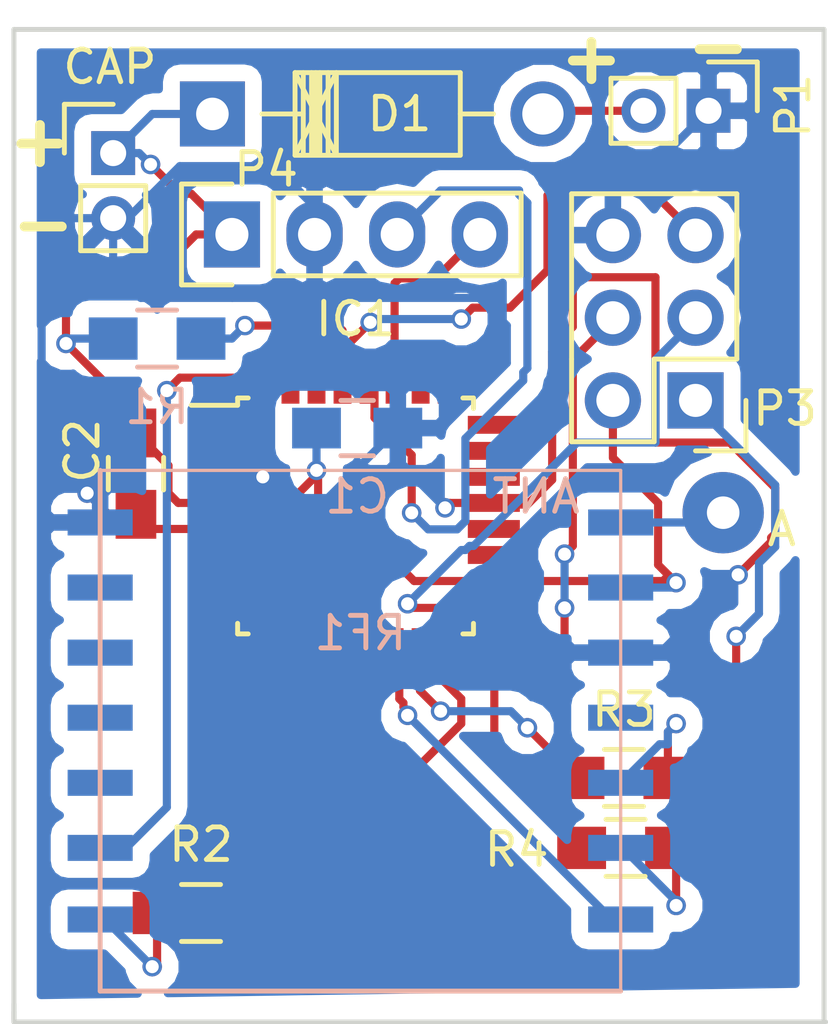
<source format=kicad_pcb>
(kicad_pcb (version 4) (host pcbnew 4.0.5+dfsg1-4~bpo8+1)

  (general
    (links 37)
    (no_connects 0)
    (area 177.038 103.759 204.089 136.271)
    (thickness 1.6)
    (drawings 10)
    (tracks 242)
    (zones 0)
    (modules 14)
    (nets 39)
  )

  (page A4)
  (layers
    (0 F.Cu signal)
    (31 B.Cu signal)
    (32 B.Adhes user)
    (33 F.Adhes user)
    (34 B.Paste user)
    (35 F.Paste user)
    (36 B.SilkS user)
    (37 F.SilkS user)
    (38 B.Mask user)
    (39 F.Mask user)
    (40 Dwgs.User user)
    (41 Cmts.User user)
    (42 Eco1.User user)
    (43 Eco2.User user)
    (44 Edge.Cuts user)
    (45 Margin user)
    (46 B.CrtYd user)
    (47 F.CrtYd user)
    (48 B.Fab user)
    (49 F.Fab user)
  )

  (setup
    (last_trace_width 0.25)
    (trace_clearance 0.2)
    (zone_clearance 0.508)
    (zone_45_only no)
    (trace_min 0.2)
    (segment_width 0.2)
    (edge_width 0.15)
    (via_size 0.6)
    (via_drill 0.4)
    (via_min_size 0.4)
    (via_min_drill 0.3)
    (uvia_size 0.3)
    (uvia_drill 0.1)
    (uvias_allowed no)
    (uvia_min_size 0.2)
    (uvia_min_drill 0.1)
    (pcb_text_width 0.3)
    (pcb_text_size 1.5 1.5)
    (mod_edge_width 0.15)
    (mod_text_size 1 1)
    (mod_text_width 0.15)
    (pad_size 1.524 1.524)
    (pad_drill 0.762)
    (pad_to_mask_clearance 0.2)
    (aux_axis_origin 0 0)
    (grid_origin 199.75 132.35)
    (visible_elements FFFFFF7F)
    (pcbplotparams
      (layerselection 0x00030_80000001)
      (usegerberextensions false)
      (excludeedgelayer true)
      (linewidth 0.100000)
      (plotframeref false)
      (viasonmask false)
      (mode 1)
      (useauxorigin false)
      (hpglpennumber 1)
      (hpglpenspeed 20)
      (hpglpendiameter 15)
      (hpglpenoverlay 2)
      (psnegative false)
      (psa4output false)
      (plotreference true)
      (plotvalue true)
      (plotinvisibletext false)
      (padsonsilk false)
      (subtractmaskfromsilk false)
      (outputformat 1)
      (mirror false)
      (drillshape 1)
      (scaleselection 1)
      (outputdirectory ""))
  )

  (net 0 "")
  (net 1 +3V3)
  (net 2 GND)
  (net 3 "Net-(D1-Pad2)")
  (net 4 "Net-(IC1-Pad1)")
  (net 5 "Net-(IC1-Pad2)")
  (net 6 "Net-(IC1-Pad7)")
  (net 7 "Net-(IC1-Pad8)")
  (net 8 "Net-(IC1-Pad9)")
  (net 9 "Net-(IC1-Pad10)")
  (net 10 "Net-(IC1-Pad11)")
  (net 11 "Net-(IC1-Pad12)")
  (net 12 "Net-(IC1-Pad13)")
  (net 13 "Net-(IC1-Pad14)")
  (net 14 "Net-(IC1-Pad15)")
  (net 15 "Net-(IC1-Pad16)")
  (net 16 "Net-(IC1-Pad17)")
  (net 17 "Net-(IC1-Pad19)")
  (net 18 "Net-(IC1-Pad20)")
  (net 19 "Net-(IC1-Pad22)")
  (net 20 "Net-(IC1-Pad23)")
  (net 21 "Net-(IC1-Pad24)")
  (net 22 "Net-(IC1-Pad25)")
  (net 23 "Net-(IC1-Pad26)")
  (net 24 SDA)
  (net 25 SCL)
  (net 26 "Net-(IC1-Pad29)")
  (net 27 "Net-(IC1-Pad30)")
  (net 28 "Net-(IC1-Pad31)")
  (net 29 "Net-(IC1-Pad32)")
  (net 30 "Net-(P5-Pad1)")
  (net 31 "Net-(R2-Pad1)")
  (net 32 "Net-(R3-Pad2)")
  (net 33 "Net-(R4-Pad2)")
  (net 34 "Net-(RF1-Pad13)")
  (net 35 "Net-(RF1-Pad12)")
  (net 36 "Net-(RF1-Pad11)")
  (net 37 "Net-(RF1-Pad10)")
  (net 38 "Net-(RF1-Pad4)")

  (net_class Default "This is the default net class."
    (clearance 0.2)
    (trace_width 0.25)
    (via_dia 0.6)
    (via_drill 0.4)
    (uvia_dia 0.3)
    (uvia_drill 0.1)
    (add_net +3V3)
    (add_net GND)
    (add_net "Net-(D1-Pad2)")
    (add_net "Net-(IC1-Pad1)")
    (add_net "Net-(IC1-Pad10)")
    (add_net "Net-(IC1-Pad11)")
    (add_net "Net-(IC1-Pad12)")
    (add_net "Net-(IC1-Pad13)")
    (add_net "Net-(IC1-Pad14)")
    (add_net "Net-(IC1-Pad15)")
    (add_net "Net-(IC1-Pad16)")
    (add_net "Net-(IC1-Pad17)")
    (add_net "Net-(IC1-Pad19)")
    (add_net "Net-(IC1-Pad2)")
    (add_net "Net-(IC1-Pad20)")
    (add_net "Net-(IC1-Pad22)")
    (add_net "Net-(IC1-Pad23)")
    (add_net "Net-(IC1-Pad24)")
    (add_net "Net-(IC1-Pad25)")
    (add_net "Net-(IC1-Pad26)")
    (add_net "Net-(IC1-Pad29)")
    (add_net "Net-(IC1-Pad30)")
    (add_net "Net-(IC1-Pad31)")
    (add_net "Net-(IC1-Pad32)")
    (add_net "Net-(IC1-Pad7)")
    (add_net "Net-(IC1-Pad8)")
    (add_net "Net-(IC1-Pad9)")
    (add_net "Net-(P5-Pad1)")
    (add_net "Net-(R2-Pad1)")
    (add_net "Net-(R3-Pad2)")
    (add_net "Net-(R4-Pad2)")
    (add_net "Net-(RF1-Pad10)")
    (add_net "Net-(RF1-Pad11)")
    (add_net "Net-(RF1-Pad12)")
    (add_net "Net-(RF1-Pad13)")
    (add_net "Net-(RF1-Pad4)")
    (add_net SCL)
    (add_net SDA)
  )

  (module Capacitors_SMD:C_0805_HandSoldering (layer B.Cu) (tedit 541A9B8D) (tstamp 5B14549D)
    (at 187.3 118.3)
    (descr "Capacitor SMD 0805, hand soldering")
    (tags "capacitor 0805")
    (path /5B146618)
    (attr smd)
    (fp_text reference C1 (at 0 2.1) (layer B.SilkS)
      (effects (font (size 1 1) (thickness 0.15)) (justify mirror))
    )
    (fp_text value 100n (at 0 -2.1) (layer B.Fab)
      (effects (font (size 1 1) (thickness 0.15)) (justify mirror))
    )
    (fp_line (start -1 -0.625) (end -1 0.625) (layer B.Fab) (width 0.15))
    (fp_line (start 1 -0.625) (end -1 -0.625) (layer B.Fab) (width 0.15))
    (fp_line (start 1 0.625) (end 1 -0.625) (layer B.Fab) (width 0.15))
    (fp_line (start -1 0.625) (end 1 0.625) (layer B.Fab) (width 0.15))
    (fp_line (start -2.3 1) (end 2.3 1) (layer B.CrtYd) (width 0.05))
    (fp_line (start -2.3 -1) (end 2.3 -1) (layer B.CrtYd) (width 0.05))
    (fp_line (start -2.3 1) (end -2.3 -1) (layer B.CrtYd) (width 0.05))
    (fp_line (start 2.3 1) (end 2.3 -1) (layer B.CrtYd) (width 0.05))
    (fp_line (start 0.5 0.85) (end -0.5 0.85) (layer B.SilkS) (width 0.15))
    (fp_line (start -0.5 -0.85) (end 0.5 -0.85) (layer B.SilkS) (width 0.15))
    (pad 1 smd rect (at -1.25 0) (size 1.5 1.25) (layers B.Cu B.Paste B.Mask)
      (net 1 +3V3))
    (pad 2 smd rect (at 1.25 0) (size 1.5 1.25) (layers B.Cu B.Paste B.Mask)
      (net 2 GND))
    (model Capacitors_SMD.3dshapes/C_0805_HandSoldering.wrl
      (at (xyz 0 0 0))
      (scale (xyz 1 1 1))
      (rotate (xyz 0 0 0))
    )
  )

  (module Capacitors_SMD:C_0805_HandSoldering (layer F.Cu) (tedit 5B145B0B) (tstamp 5B1454A3)
    (at 180.5 119.7 270)
    (descr "Capacitor SMD 0805, hand soldering")
    (tags "capacitor 0805")
    (path /5B14658E)
    (attr smd)
    (fp_text reference C2 (at -0.7 1.65 270) (layer F.SilkS)
      (effects (font (size 1 1) (thickness 0.15)))
    )
    (fp_text value 100n (at 0 2.1 270) (layer F.Fab)
      (effects (font (size 1 1) (thickness 0.15)))
    )
    (fp_line (start -1 0.625) (end -1 -0.625) (layer F.Fab) (width 0.15))
    (fp_line (start 1 0.625) (end -1 0.625) (layer F.Fab) (width 0.15))
    (fp_line (start 1 -0.625) (end 1 0.625) (layer F.Fab) (width 0.15))
    (fp_line (start -1 -0.625) (end 1 -0.625) (layer F.Fab) (width 0.15))
    (fp_line (start -2.3 -1) (end 2.3 -1) (layer F.CrtYd) (width 0.05))
    (fp_line (start -2.3 1) (end 2.3 1) (layer F.CrtYd) (width 0.05))
    (fp_line (start -2.3 -1) (end -2.3 1) (layer F.CrtYd) (width 0.05))
    (fp_line (start 2.3 -1) (end 2.3 1) (layer F.CrtYd) (width 0.05))
    (fp_line (start 0.5 -0.85) (end -0.5 -0.85) (layer F.SilkS) (width 0.15))
    (fp_line (start -0.5 0.85) (end 0.5 0.85) (layer F.SilkS) (width 0.15))
    (pad 1 smd rect (at -1.25 0 270) (size 1.5 1.25) (layers F.Cu F.Paste F.Mask)
      (net 1 +3V3))
    (pad 2 smd rect (at 1.25 0 270) (size 1.5 1.25) (layers F.Cu F.Paste F.Mask)
      (net 2 GND))
    (model Capacitors_SMD.3dshapes/C_0805_HandSoldering.wrl
      (at (xyz 0 0 0))
      (scale (xyz 1 1 1))
      (rotate (xyz 0 0 0))
    )
  )

  (module Diodes_ThroughHole:Diode_DO-41_SOD81_Horizontal_RM10 (layer F.Cu) (tedit 5B1459EA) (tstamp 5B1454A9)
    (at 182.85 108.65)
    (descr "Diode, DO-41, SOD81, Horizontal, RM 10mm,")
    (tags "Diode, DO-41, SOD81, Horizontal, RM 10mm, 1N4007, SB140,")
    (path /5B145F82)
    (fp_text reference D1 (at 5.75 0) (layer F.SilkS)
      (effects (font (size 1 1) (thickness 0.15)))
    )
    (fp_text value D (at 2.15 -1.95) (layer F.Fab)
      (effects (font (size 1 1) (thickness 0.15)))
    )
    (fp_line (start 7.62 -0.00254) (end 8.636 -0.00254) (layer F.SilkS) (width 0.15))
    (fp_line (start 2.794 -0.00254) (end 1.524 -0.00254) (layer F.SilkS) (width 0.15))
    (fp_line (start 3.048 -1.27254) (end 3.048 1.26746) (layer F.SilkS) (width 0.15))
    (fp_line (start 3.302 -1.27254) (end 3.302 1.26746) (layer F.SilkS) (width 0.15))
    (fp_line (start 3.556 -1.27254) (end 3.556 1.26746) (layer F.SilkS) (width 0.15))
    (fp_line (start 2.794 -1.27254) (end 2.794 1.26746) (layer F.SilkS) (width 0.15))
    (fp_line (start 3.81 -1.27254) (end 2.54 1.26746) (layer F.SilkS) (width 0.15))
    (fp_line (start 2.54 -1.27254) (end 3.81 1.26746) (layer F.SilkS) (width 0.15))
    (fp_line (start 3.81 -1.27254) (end 3.81 1.26746) (layer F.SilkS) (width 0.15))
    (fp_line (start 3.175 -1.27254) (end 3.175 1.26746) (layer F.SilkS) (width 0.15))
    (fp_line (start 2.54 1.26746) (end 2.54 -1.27254) (layer F.SilkS) (width 0.15))
    (fp_line (start 2.54 -1.27254) (end 7.62 -1.27254) (layer F.SilkS) (width 0.15))
    (fp_line (start 7.62 -1.27254) (end 7.62 1.26746) (layer F.SilkS) (width 0.15))
    (fp_line (start 7.62 1.26746) (end 2.54 1.26746) (layer F.SilkS) (width 0.15))
    (pad 2 thru_hole circle (at 10.16 -0.00254 180) (size 1.99898 1.99898) (drill 1.27) (layers *.Cu *.Mask)
      (net 3 "Net-(D1-Pad2)"))
    (pad 1 thru_hole rect (at 0 -0.00254 180) (size 1.99898 1.99898) (drill 1.00076) (layers *.Cu *.Mask)
      (net 1 +3V3))
  )

  (module Housings_QFP:TQFP-32_7x7mm_Pitch0.8mm (layer F.Cu) (tedit 54130A77) (tstamp 5B1454CD)
    (at 187.25 121)
    (descr "32-Lead Plastic Thin Quad Flatpack (PT) - 7x7x1.0 mm Body, 2.00 mm [TQFP] (see Microchip Packaging Specification 00000049BS.pdf)")
    (tags "QFP 0.8")
    (path /5B144F7C)
    (attr smd)
    (fp_text reference IC1 (at 0 -6.05) (layer F.SilkS)
      (effects (font (size 1 1) (thickness 0.15)))
    )
    (fp_text value ATMEGA328P-A (at 0 6.05) (layer F.Fab)
      (effects (font (size 1 1) (thickness 0.15)))
    )
    (fp_text user %R (at 0 0) (layer F.Fab)
      (effects (font (size 1 1) (thickness 0.15)))
    )
    (fp_line (start -2.5 -3.5) (end 3.5 -3.5) (layer F.Fab) (width 0.15))
    (fp_line (start 3.5 -3.5) (end 3.5 3.5) (layer F.Fab) (width 0.15))
    (fp_line (start 3.5 3.5) (end -3.5 3.5) (layer F.Fab) (width 0.15))
    (fp_line (start -3.5 3.5) (end -3.5 -2.5) (layer F.Fab) (width 0.15))
    (fp_line (start -3.5 -2.5) (end -2.5 -3.5) (layer F.Fab) (width 0.15))
    (fp_line (start -5.3 -5.3) (end -5.3 5.3) (layer F.CrtYd) (width 0.05))
    (fp_line (start 5.3 -5.3) (end 5.3 5.3) (layer F.CrtYd) (width 0.05))
    (fp_line (start -5.3 -5.3) (end 5.3 -5.3) (layer F.CrtYd) (width 0.05))
    (fp_line (start -5.3 5.3) (end 5.3 5.3) (layer F.CrtYd) (width 0.05))
    (fp_line (start -3.625 -3.625) (end -3.625 -3.4) (layer F.SilkS) (width 0.15))
    (fp_line (start 3.625 -3.625) (end 3.625 -3.3) (layer F.SilkS) (width 0.15))
    (fp_line (start 3.625 3.625) (end 3.625 3.3) (layer F.SilkS) (width 0.15))
    (fp_line (start -3.625 3.625) (end -3.625 3.3) (layer F.SilkS) (width 0.15))
    (fp_line (start -3.625 -3.625) (end -3.3 -3.625) (layer F.SilkS) (width 0.15))
    (fp_line (start -3.625 3.625) (end -3.3 3.625) (layer F.SilkS) (width 0.15))
    (fp_line (start 3.625 3.625) (end 3.3 3.625) (layer F.SilkS) (width 0.15))
    (fp_line (start 3.625 -3.625) (end 3.3 -3.625) (layer F.SilkS) (width 0.15))
    (fp_line (start -3.625 -3.4) (end -5.05 -3.4) (layer F.SilkS) (width 0.15))
    (pad 1 smd rect (at -4.25 -2.8) (size 1.6 0.55) (layers F.Cu F.Paste F.Mask)
      (net 4 "Net-(IC1-Pad1)"))
    (pad 2 smd rect (at -4.25 -2) (size 1.6 0.55) (layers F.Cu F.Paste F.Mask)
      (net 5 "Net-(IC1-Pad2)"))
    (pad 3 smd rect (at -4.25 -1.2) (size 1.6 0.55) (layers F.Cu F.Paste F.Mask)
      (net 2 GND))
    (pad 4 smd rect (at -4.25 -0.4) (size 1.6 0.55) (layers F.Cu F.Paste F.Mask)
      (net 1 +3V3))
    (pad 5 smd rect (at -4.25 0.4) (size 1.6 0.55) (layers F.Cu F.Paste F.Mask)
      (net 2 GND))
    (pad 6 smd rect (at -4.25 1.2) (size 1.6 0.55) (layers F.Cu F.Paste F.Mask)
      (net 1 +3V3))
    (pad 7 smd rect (at -4.25 2) (size 1.6 0.55) (layers F.Cu F.Paste F.Mask)
      (net 6 "Net-(IC1-Pad7)"))
    (pad 8 smd rect (at -4.25 2.8) (size 1.6 0.55) (layers F.Cu F.Paste F.Mask)
      (net 7 "Net-(IC1-Pad8)"))
    (pad 9 smd rect (at -2.8 4.25 90) (size 1.6 0.55) (layers F.Cu F.Paste F.Mask)
      (net 8 "Net-(IC1-Pad9)"))
    (pad 10 smd rect (at -2 4.25 90) (size 1.6 0.55) (layers F.Cu F.Paste F.Mask)
      (net 9 "Net-(IC1-Pad10)"))
    (pad 11 smd rect (at -1.2 4.25 90) (size 1.6 0.55) (layers F.Cu F.Paste F.Mask)
      (net 10 "Net-(IC1-Pad11)"))
    (pad 12 smd rect (at -0.4 4.25 90) (size 1.6 0.55) (layers F.Cu F.Paste F.Mask)
      (net 11 "Net-(IC1-Pad12)"))
    (pad 13 smd rect (at 0.4 4.25 90) (size 1.6 0.55) (layers F.Cu F.Paste F.Mask)
      (net 12 "Net-(IC1-Pad13)"))
    (pad 14 smd rect (at 1.2 4.25 90) (size 1.6 0.55) (layers F.Cu F.Paste F.Mask)
      (net 13 "Net-(IC1-Pad14)"))
    (pad 15 smd rect (at 2 4.25 90) (size 1.6 0.55) (layers F.Cu F.Paste F.Mask)
      (net 14 "Net-(IC1-Pad15)"))
    (pad 16 smd rect (at 2.8 4.25 90) (size 1.6 0.55) (layers F.Cu F.Paste F.Mask)
      (net 15 "Net-(IC1-Pad16)"))
    (pad 17 smd rect (at 4.25 2.8) (size 1.6 0.55) (layers F.Cu F.Paste F.Mask)
      (net 16 "Net-(IC1-Pad17)"))
    (pad 18 smd rect (at 4.25 2) (size 1.6 0.55) (layers F.Cu F.Paste F.Mask)
      (net 1 +3V3))
    (pad 19 smd rect (at 4.25 1.2) (size 1.6 0.55) (layers F.Cu F.Paste F.Mask)
      (net 17 "Net-(IC1-Pad19)"))
    (pad 20 smd rect (at 4.25 0.4) (size 1.6 0.55) (layers F.Cu F.Paste F.Mask)
      (net 18 "Net-(IC1-Pad20)"))
    (pad 21 smd rect (at 4.25 -0.4) (size 1.6 0.55) (layers F.Cu F.Paste F.Mask)
      (net 2 GND))
    (pad 22 smd rect (at 4.25 -1.2) (size 1.6 0.55) (layers F.Cu F.Paste F.Mask)
      (net 19 "Net-(IC1-Pad22)"))
    (pad 23 smd rect (at 4.25 -2) (size 1.6 0.55) (layers F.Cu F.Paste F.Mask)
      (net 20 "Net-(IC1-Pad23)"))
    (pad 24 smd rect (at 4.25 -2.8) (size 1.6 0.55) (layers F.Cu F.Paste F.Mask)
      (net 21 "Net-(IC1-Pad24)"))
    (pad 25 smd rect (at 2.8 -4.25 90) (size 1.6 0.55) (layers F.Cu F.Paste F.Mask)
      (net 22 "Net-(IC1-Pad25)"))
    (pad 26 smd rect (at 2 -4.25 90) (size 1.6 0.55) (layers F.Cu F.Paste F.Mask)
      (net 23 "Net-(IC1-Pad26)"))
    (pad 27 smd rect (at 1.2 -4.25 90) (size 1.6 0.55) (layers F.Cu F.Paste F.Mask)
      (net 24 SDA))
    (pad 28 smd rect (at 0.4 -4.25 90) (size 1.6 0.55) (layers F.Cu F.Paste F.Mask)
      (net 25 SCL))
    (pad 29 smd rect (at -0.4 -4.25 90) (size 1.6 0.55) (layers F.Cu F.Paste F.Mask)
      (net 26 "Net-(IC1-Pad29)"))
    (pad 30 smd rect (at -1.2 -4.25 90) (size 1.6 0.55) (layers F.Cu F.Paste F.Mask)
      (net 27 "Net-(IC1-Pad30)"))
    (pad 31 smd rect (at -2 -4.25 90) (size 1.6 0.55) (layers F.Cu F.Paste F.Mask)
      (net 28 "Net-(IC1-Pad31)"))
    (pad 32 smd rect (at -2.8 -4.25 90) (size 1.6 0.55) (layers F.Cu F.Paste F.Mask)
      (net 29 "Net-(IC1-Pad32)"))
    (model Housings_QFP.3dshapes/TQFP-32_7x7mm_Pitch0.8mm.wrl
      (at (xyz 0 0 0))
      (scale (xyz 1 1 1))
      (rotate (xyz 0 0 0))
    )
  )

  (module Pin_Headers:Pin_Header_Straight_1x02_Pitch2.00mm (layer F.Cu) (tedit 5B1459B4) (tstamp 5B1454D3)
    (at 198.1 108.55 270)
    (descr "Through hole pin header, 1x02, 2.00mm pitch, single row")
    (tags "pin header single row")
    (path /5B14624A)
    (fp_text reference P1 (at -0.15 -2.6 270) (layer F.SilkS)
      (effects (font (size 1 1) (thickness 0.15)))
    )
    (fp_text value SOLAR (at 0 -3 270) (layer F.Fab) hide
      (effects (font (size 1 1) (thickness 0.15)))
    )
    (fp_line (start -1 1) (end 1 1) (layer F.SilkS) (width 0.15))
    (fp_line (start 1 1) (end 1 3) (layer F.SilkS) (width 0.15))
    (fp_line (start 1 3) (end -1 3) (layer F.SilkS) (width 0.15))
    (fp_line (start -1 3) (end -1 1) (layer F.SilkS) (width 0.15))
    (fp_line (start -1.6 -1.6) (end 1.6 -1.6) (layer F.CrtYd) (width 0.05))
    (fp_line (start 1.6 -1.6) (end 1.6 3.6) (layer F.CrtYd) (width 0.05))
    (fp_line (start 1.6 3.6) (end -1.6 3.6) (layer F.CrtYd) (width 0.05))
    (fp_line (start -1.6 3.6) (end -1.6 -1.6) (layer F.CrtYd) (width 0.05))
    (fp_line (start -1.5 0) (end -1.5 -1.5) (layer F.SilkS) (width 0.15))
    (fp_line (start -1.5 -1.5) (end 0 -1.5) (layer F.SilkS) (width 0.15))
    (pad 1 thru_hole rect (at 0 0 270) (size 1.35 1.35) (drill 0.8) (layers *.Cu *.Mask)
      (net 2 GND))
    (pad 2 thru_hole circle (at 0 2 270) (size 1.35 1.35) (drill 0.8) (layers *.Cu *.Mask)
      (net 3 "Net-(D1-Pad2)"))
    (model Pin_Headers.3dshapes/Pin_Header_Straight_1x02_Pitch2.00mm.wrl
      (at (xyz 0 0 0))
      (scale (xyz 1 1 1))
      (rotate (xyz 0 0 0))
    )
  )

  (module Pin_Headers:Pin_Header_Straight_1x02_Pitch2.00mm (layer F.Cu) (tedit 5B145A07) (tstamp 5B1454D9)
    (at 179.8 109.85)
    (descr "Through hole pin header, 1x02, 2.00mm pitch, single row")
    (tags "pin header single row")
    (path /5B1460BC)
    (fp_text reference P2 (at -2.35 -2.25 90) (layer F.SilkS) hide
      (effects (font (size 1 1) (thickness 0.15)))
    )
    (fp_text value CAP (at -0.1 -2.65) (layer F.SilkS)
      (effects (font (size 1 1) (thickness 0.15)))
    )
    (fp_line (start -1 1) (end 1 1) (layer F.SilkS) (width 0.15))
    (fp_line (start 1 1) (end 1 3) (layer F.SilkS) (width 0.15))
    (fp_line (start 1 3) (end -1 3) (layer F.SilkS) (width 0.15))
    (fp_line (start -1 3) (end -1 1) (layer F.SilkS) (width 0.15))
    (fp_line (start -1.6 -1.6) (end 1.6 -1.6) (layer F.CrtYd) (width 0.05))
    (fp_line (start 1.6 -1.6) (end 1.6 3.6) (layer F.CrtYd) (width 0.05))
    (fp_line (start 1.6 3.6) (end -1.6 3.6) (layer F.CrtYd) (width 0.05))
    (fp_line (start -1.6 3.6) (end -1.6 -1.6) (layer F.CrtYd) (width 0.05))
    (fp_line (start -1.5 0) (end -1.5 -1.5) (layer F.SilkS) (width 0.15))
    (fp_line (start -1.5 -1.5) (end 0 -1.5) (layer F.SilkS) (width 0.15))
    (pad 1 thru_hole rect (at 0 0) (size 1.35 1.35) (drill 0.8) (layers *.Cu *.Mask)
      (net 1 +3V3))
    (pad 2 thru_hole circle (at 0 2) (size 1.35 1.35) (drill 0.8) (layers *.Cu *.Mask)
      (net 2 GND))
    (model Pin_Headers.3dshapes/Pin_Header_Straight_1x02_Pitch2.00mm.wrl
      (at (xyz 0 0 0))
      (scale (xyz 1 1 1))
      (rotate (xyz 0 0 0))
    )
  )

  (module Pin_Headers:Pin_Header_Straight_2x03 (layer F.Cu) (tedit 5B1459B1) (tstamp 5B1454E3)
    (at 197.7 117.45 180)
    (descr "Through hole pin header")
    (tags "pin header")
    (path /5B145013)
    (fp_text reference P3 (at -2.75 -0.25 180) (layer F.SilkS)
      (effects (font (size 1 1) (thickness 0.15)))
    )
    (fp_text value CONN_02X03 (at 0 -3.1 180) (layer F.Fab) hide
      (effects (font (size 1 1) (thickness 0.15)))
    )
    (fp_line (start -1.27 1.27) (end -1.27 6.35) (layer F.SilkS) (width 0.15))
    (fp_line (start -1.55 -1.55) (end 0 -1.55) (layer F.SilkS) (width 0.15))
    (fp_line (start -1.75 -1.75) (end -1.75 6.85) (layer F.CrtYd) (width 0.05))
    (fp_line (start 4.3 -1.75) (end 4.3 6.85) (layer F.CrtYd) (width 0.05))
    (fp_line (start -1.75 -1.75) (end 4.3 -1.75) (layer F.CrtYd) (width 0.05))
    (fp_line (start -1.75 6.85) (end 4.3 6.85) (layer F.CrtYd) (width 0.05))
    (fp_line (start 1.27 -1.27) (end 1.27 1.27) (layer F.SilkS) (width 0.15))
    (fp_line (start 1.27 1.27) (end -1.27 1.27) (layer F.SilkS) (width 0.15))
    (fp_line (start -1.27 6.35) (end 3.81 6.35) (layer F.SilkS) (width 0.15))
    (fp_line (start 3.81 6.35) (end 3.81 1.27) (layer F.SilkS) (width 0.15))
    (fp_line (start -1.55 -1.55) (end -1.55 0) (layer F.SilkS) (width 0.15))
    (fp_line (start 3.81 -1.27) (end 1.27 -1.27) (layer F.SilkS) (width 0.15))
    (fp_line (start 3.81 1.27) (end 3.81 -1.27) (layer F.SilkS) (width 0.15))
    (pad 1 thru_hole rect (at 0 0 180) (size 1.7272 1.7272) (drill 1.016) (layers *.Cu *.Mask)
      (net 15 "Net-(IC1-Pad16)"))
    (pad 2 thru_hole oval (at 2.54 0 180) (size 1.7272 1.7272) (drill 1.016) (layers *.Cu *.Mask)
      (net 1 +3V3))
    (pad 3 thru_hole oval (at 0 2.54 180) (size 1.7272 1.7272) (drill 1.016) (layers *.Cu *.Mask)
      (net 16 "Net-(IC1-Pad17)"))
    (pad 4 thru_hole oval (at 2.54 2.54 180) (size 1.7272 1.7272) (drill 1.016) (layers *.Cu *.Mask)
      (net 14 "Net-(IC1-Pad15)"))
    (pad 5 thru_hole oval (at 0 5.08 180) (size 1.7272 1.7272) (drill 1.016) (layers *.Cu *.Mask)
      (net 26 "Net-(IC1-Pad29)"))
    (pad 6 thru_hole oval (at 2.54 5.08 180) (size 1.7272 1.7272) (drill 1.016) (layers *.Cu *.Mask)
      (net 2 GND))
    (model Pin_Headers.3dshapes/Pin_Header_Straight_2x03.wrl
      (at (xyz 0.05 -0.1 0))
      (scale (xyz 1 1 1))
      (rotate (xyz 0 0 90))
    )
  )

  (module Pin_Headers:Pin_Header_Straight_1x04 (layer F.Cu) (tedit 5B1459AC) (tstamp 5B1454EB)
    (at 183.45 112.35 90)
    (descr "Through hole pin header")
    (tags "pin header")
    (path /5B146E4E)
    (fp_text reference P4 (at 2 1.05 180) (layer F.SilkS)
      (effects (font (size 1 1) (thickness 0.15)))
    )
    (fp_text value BME280 (at 0 -3.1 90) (layer F.Fab) hide
      (effects (font (size 1 1) (thickness 0.15)))
    )
    (fp_line (start -1.75 -1.75) (end -1.75 9.4) (layer F.CrtYd) (width 0.05))
    (fp_line (start 1.75 -1.75) (end 1.75 9.4) (layer F.CrtYd) (width 0.05))
    (fp_line (start -1.75 -1.75) (end 1.75 -1.75) (layer F.CrtYd) (width 0.05))
    (fp_line (start -1.75 9.4) (end 1.75 9.4) (layer F.CrtYd) (width 0.05))
    (fp_line (start -1.27 1.27) (end -1.27 8.89) (layer F.SilkS) (width 0.15))
    (fp_line (start 1.27 1.27) (end 1.27 8.89) (layer F.SilkS) (width 0.15))
    (fp_line (start 1.55 -1.55) (end 1.55 0) (layer F.SilkS) (width 0.15))
    (fp_line (start -1.27 8.89) (end 1.27 8.89) (layer F.SilkS) (width 0.15))
    (fp_line (start 1.27 1.27) (end -1.27 1.27) (layer F.SilkS) (width 0.15))
    (fp_line (start -1.55 0) (end -1.55 -1.55) (layer F.SilkS) (width 0.15))
    (fp_line (start -1.55 -1.55) (end 1.55 -1.55) (layer F.SilkS) (width 0.15))
    (pad 1 thru_hole rect (at 0 0 90) (size 2.032 1.7272) (drill 1.016) (layers *.Cu *.Mask)
      (net 1 +3V3))
    (pad 2 thru_hole oval (at 0 2.54 90) (size 2.032 1.7272) (drill 1.016) (layers *.Cu *.Mask)
      (net 2 GND))
    (pad 3 thru_hole oval (at 0 5.08 90) (size 2.032 1.7272) (drill 1.016) (layers *.Cu *.Mask)
      (net 25 SCL))
    (pad 4 thru_hole oval (at 0 7.62 90) (size 2.032 1.7272) (drill 1.016) (layers *.Cu *.Mask)
      (net 24 SDA))
    (model Pin_Headers.3dshapes/Pin_Header_Straight_1x04.wrl
      (at (xyz 0 -0.15 0))
      (scale (xyz 1 1 1))
      (rotate (xyz 0 0 90))
    )
  )

  (module Wire_Pads:SolderWirePad_single_1mmDrill (layer F.Cu) (tedit 5B145679) (tstamp 5B1454F0)
    (at 198.55 120.9)
    (path /5B1455BF)
    (fp_text reference A (at 1.8 0.5) (layer F.SilkS)
      (effects (font (size 1 1) (thickness 0.15)))
    )
    (fp_text value ANT (at -1.905 3.175) (layer F.Fab)
      (effects (font (size 1 1) (thickness 0.15)))
    )
    (pad 1 thru_hole circle (at 0 0) (size 2.49936 2.49936) (drill 1.00076) (layers *.Cu *.Mask)
      (net 30 "Net-(P5-Pad1)"))
  )

  (module Resistors_SMD:R_0805_HandSoldering (layer B.Cu) (tedit 5B1456C1) (tstamp 5B1454F6)
    (at 181.15 115.55)
    (descr "Resistor SMD 0805, hand soldering")
    (tags "resistor 0805")
    (path /5B145114)
    (attr smd)
    (fp_text reference R1 (at 0 2.1) (layer B.SilkS)
      (effects (font (size 1 1) (thickness 0.15)) (justify mirror))
    )
    (fp_text value 10k (at -3.05 0.05 90) (layer B.Fab)
      (effects (font (size 1 1) (thickness 0.15)) (justify mirror))
    )
    (fp_line (start -1 -0.625) (end -1 0.625) (layer B.Fab) (width 0.1))
    (fp_line (start 1 -0.625) (end -1 -0.625) (layer B.Fab) (width 0.1))
    (fp_line (start 1 0.625) (end 1 -0.625) (layer B.Fab) (width 0.1))
    (fp_line (start -1 0.625) (end 1 0.625) (layer B.Fab) (width 0.1))
    (fp_line (start -2.4 1) (end 2.4 1) (layer B.CrtYd) (width 0.05))
    (fp_line (start -2.4 -1) (end 2.4 -1) (layer B.CrtYd) (width 0.05))
    (fp_line (start -2.4 1) (end -2.4 -1) (layer B.CrtYd) (width 0.05))
    (fp_line (start 2.4 1) (end 2.4 -1) (layer B.CrtYd) (width 0.05))
    (fp_line (start 0.6 -0.875) (end -0.6 -0.875) (layer B.SilkS) (width 0.15))
    (fp_line (start -0.6 0.875) (end 0.6 0.875) (layer B.SilkS) (width 0.15))
    (pad 1 smd rect (at -1.35 0) (size 1.5 1.3) (layers B.Cu B.Paste B.Mask)
      (net 1 +3V3))
    (pad 2 smd rect (at 1.35 0) (size 1.5 1.3) (layers B.Cu B.Paste B.Mask)
      (net 26 "Net-(IC1-Pad29)"))
    (model Resistors_SMD.3dshapes/R_0805_HandSoldering.wrl
      (at (xyz 0 0 0))
      (scale (xyz 1 1 1))
      (rotate (xyz 0 0 0))
    )
  )

  (module Resistors_SMD:R_0805_HandSoldering (layer F.Cu) (tedit 58307B90) (tstamp 5B1454FC)
    (at 182.5 133.2)
    (descr "Resistor SMD 0805, hand soldering")
    (tags "resistor 0805")
    (path /5B145A38)
    (attr smd)
    (fp_text reference R2 (at 0 -2.1) (layer F.SilkS)
      (effects (font (size 1 1) (thickness 0.15)))
    )
    (fp_text value 1k1 (at 0 2.1) (layer F.Fab)
      (effects (font (size 1 1) (thickness 0.15)))
    )
    (fp_line (start -1 0.625) (end -1 -0.625) (layer F.Fab) (width 0.1))
    (fp_line (start 1 0.625) (end -1 0.625) (layer F.Fab) (width 0.1))
    (fp_line (start 1 -0.625) (end 1 0.625) (layer F.Fab) (width 0.1))
    (fp_line (start -1 -0.625) (end 1 -0.625) (layer F.Fab) (width 0.1))
    (fp_line (start -2.4 -1) (end 2.4 -1) (layer F.CrtYd) (width 0.05))
    (fp_line (start -2.4 1) (end 2.4 1) (layer F.CrtYd) (width 0.05))
    (fp_line (start -2.4 -1) (end -2.4 1) (layer F.CrtYd) (width 0.05))
    (fp_line (start 2.4 -1) (end 2.4 1) (layer F.CrtYd) (width 0.05))
    (fp_line (start 0.6 0.875) (end -0.6 0.875) (layer F.SilkS) (width 0.15))
    (fp_line (start -0.6 -0.875) (end 0.6 -0.875) (layer F.SilkS) (width 0.15))
    (pad 1 smd rect (at -1.35 0) (size 1.5 1.3) (layers F.Cu F.Paste F.Mask)
      (net 31 "Net-(R2-Pad1)"))
    (pad 2 smd rect (at 1.35 0) (size 1.5 1.3) (layers F.Cu F.Paste F.Mask)
      (net 15 "Net-(IC1-Pad16)"))
    (model Resistors_SMD.3dshapes/R_0805_HandSoldering.wrl
      (at (xyz 0 0 0))
      (scale (xyz 1 1 1))
      (rotate (xyz 0 0 0))
    )
  )

  (module Resistors_SMD:R_0805_HandSoldering (layer F.Cu) (tedit 58307B90) (tstamp 5B145502)
    (at 195.5 129.05)
    (descr "Resistor SMD 0805, hand soldering")
    (tags "resistor 0805")
    (path /5B14583A)
    (attr smd)
    (fp_text reference R3 (at 0 -2.1) (layer F.SilkS)
      (effects (font (size 1 1) (thickness 0.15)))
    )
    (fp_text value 1k1 (at 0 2.1) (layer F.Fab)
      (effects (font (size 1 1) (thickness 0.15)))
    )
    (fp_line (start -1 0.625) (end -1 -0.625) (layer F.Fab) (width 0.1))
    (fp_line (start 1 0.625) (end -1 0.625) (layer F.Fab) (width 0.1))
    (fp_line (start 1 -0.625) (end 1 0.625) (layer F.Fab) (width 0.1))
    (fp_line (start -1 -0.625) (end 1 -0.625) (layer F.Fab) (width 0.1))
    (fp_line (start -2.4 -1) (end 2.4 -1) (layer F.CrtYd) (width 0.05))
    (fp_line (start -2.4 1) (end 2.4 1) (layer F.CrtYd) (width 0.05))
    (fp_line (start -2.4 -1) (end -2.4 1) (layer F.CrtYd) (width 0.05))
    (fp_line (start 2.4 -1) (end 2.4 1) (layer F.CrtYd) (width 0.05))
    (fp_line (start 0.6 0.875) (end -0.6 0.875) (layer F.SilkS) (width 0.15))
    (fp_line (start -0.6 -0.875) (end 0.6 -0.875) (layer F.SilkS) (width 0.15))
    (pad 1 smd rect (at -1.35 0) (size 1.5 1.3) (layers F.Cu F.Paste F.Mask)
      (net 14 "Net-(IC1-Pad15)"))
    (pad 2 smd rect (at 1.35 0) (size 1.5 1.3) (layers F.Cu F.Paste F.Mask)
      (net 32 "Net-(R3-Pad2)"))
    (model Resistors_SMD.3dshapes/R_0805_HandSoldering.wrl
      (at (xyz 0 0 0))
      (scale (xyz 1 1 1))
      (rotate (xyz 0 0 0))
    )
  )

  (module Resistors_SMD:R_0805_HandSoldering (layer F.Cu) (tedit 5B14598D) (tstamp 5B145508)
    (at 195.55 131.2)
    (descr "Resistor SMD 0805, hand soldering")
    (tags "resistor 0805")
    (path /5B1459CE)
    (attr smd)
    (fp_text reference R4 (at -3.35 0.05) (layer F.SilkS)
      (effects (font (size 1 1) (thickness 0.15)))
    )
    (fp_text value 1k1 (at 0 2.1) (layer F.Fab)
      (effects (font (size 1 1) (thickness 0.15)))
    )
    (fp_line (start -1 0.625) (end -1 -0.625) (layer F.Fab) (width 0.1))
    (fp_line (start 1 0.625) (end -1 0.625) (layer F.Fab) (width 0.1))
    (fp_line (start 1 -0.625) (end 1 0.625) (layer F.Fab) (width 0.1))
    (fp_line (start -1 -0.625) (end 1 -0.625) (layer F.Fab) (width 0.1))
    (fp_line (start -2.4 -1) (end 2.4 -1) (layer F.CrtYd) (width 0.05))
    (fp_line (start -2.4 1) (end 2.4 1) (layer F.CrtYd) (width 0.05))
    (fp_line (start -2.4 -1) (end -2.4 1) (layer F.CrtYd) (width 0.05))
    (fp_line (start 2.4 -1) (end 2.4 1) (layer F.CrtYd) (width 0.05))
    (fp_line (start 0.6 0.875) (end -0.6 0.875) (layer F.SilkS) (width 0.15))
    (fp_line (start -0.6 -0.875) (end 0.6 -0.875) (layer F.SilkS) (width 0.15))
    (pad 1 smd rect (at -1.35 0) (size 1.5 1.3) (layers F.Cu F.Paste F.Mask)
      (net 16 "Net-(IC1-Pad17)"))
    (pad 2 smd rect (at 1.35 0) (size 1.5 1.3) (layers F.Cu F.Paste F.Mask)
      (net 33 "Net-(R4-Pad2)"))
    (model Resistors_SMD.3dshapes/R_0805_HandSoldering.wrl
      (at (xyz 0 0 0))
      (scale (xyz 1 1 1))
      (rotate (xyz 0 0 0))
    )
  )

  (module rfm69:RFM96 (layer B.Cu) (tedit 5A8484F5) (tstamp 5B14551A)
    (at 179.4 128.6)
    (path /5B1453F1)
    (fp_text reference RF1 (at 8 -4) (layer B.SilkS)
      (effects (font (size 1 1) (thickness 0.15)) (justify mirror))
    )
    (fp_text value RFM69 (at 7 1) (layer B.Fab)
      (effects (font (size 1 1) (thickness 0.15)) (justify mirror))
    )
    (fp_text user ANT (at 13.4 -8.2) (layer B.SilkS)
      (effects (font (size 1 1) (thickness 0.15)) (justify mirror))
    )
    (fp_line (start 16 -9) (end 0 -9) (layer B.SilkS) (width 0.1))
    (fp_line (start 0 -9) (end 0 7) (layer B.SilkS) (width 0.15))
    (fp_line (start 16 7) (end 16 -9) (layer B.SilkS) (width 0.1))
    (fp_line (start 0 7) (end 16 7) (layer B.SilkS) (width 0.15))
    (pad 14 connect rect (at 0 -7.4) (size 2 0.8) (layers B.Cu B.Mask)
      (net 2 GND))
    (pad 13 connect rect (at 0 -5.4) (size 2 0.8) (layers B.Cu B.Mask)
      (net 34 "Net-(RF1-Pad13)"))
    (pad 12 connect rect (at 0 -3.4) (size 2 0.8) (layers B.Cu B.Mask)
      (net 35 "Net-(RF1-Pad12)"))
    (pad 11 connect rect (at 0 -1.4) (size 2 0.8) (layers B.Cu B.Mask)
      (net 36 "Net-(RF1-Pad11)"))
    (pad 10 connect rect (at 0 0.6) (size 2 0.8) (layers B.Cu B.Mask)
      (net 37 "Net-(RF1-Pad10)"))
    (pad 9 connect rect (at 0 2.6) (size 2 0.8) (layers B.Cu B.Mask)
      (net 29 "Net-(IC1-Pad32)"))
    (pad 8 connect rect (at 0 4.8) (size 2 0.8) (layers B.Cu B.Mask)
      (net 31 "Net-(R2-Pad1)"))
    (pad 3 connect rect (at 16 -3.4) (size 2 0.8) (layers B.Cu B.Mask)
      (net 2 GND))
    (pad 5 connect rect (at 16 0.6) (size 2 0.8) (layers B.Cu B.Mask)
      (net 32 "Net-(R3-Pad2)"))
    (pad 6 connect rect (at 16 2.6) (size 2 0.8) (layers B.Cu B.Mask)
      (net 33 "Net-(R4-Pad2)"))
    (pad 7 connect rect (at 16 4.8) (size 2 0.8) (layers B.Cu B.Mask)
      (net 13 "Net-(IC1-Pad14)"))
    (pad 4 connect rect (at 16 -1.4) (size 2 0.8) (layers B.Cu B.Mask)
      (net 38 "Net-(RF1-Pad4)"))
    (pad 2 connect rect (at 16 -5.4) (size 2 0.8) (layers B.Cu B.Mask)
      (net 1 +3V3))
    (pad 1 connect rect (at 16 -7.4) (size 2 0.8) (layers B.Cu B.Mask)
      (net 30 "Net-(P5-Pad1)"))
  )

  (gr_text - (at 177.65 112) (layer F.SilkS)
    (effects (font (size 1.5 1.5) (thickness 0.3)))
  )
  (gr_text + (at 177.55 109.45) (layer F.SilkS)
    (effects (font (size 1.5 1.5) (thickness 0.3)))
  )
  (gr_text - (at 198.4 106.55) (layer F.SilkS)
    (effects (font (size 1.5 1.5) (thickness 0.3)))
  )
  (gr_text + (at 194.5 106.9) (layer F.SilkS)
    (effects (font (size 1.5 1.5) (thickness 0.3)))
  )
  (gr_line (start 176.75 136) (end 176.75 136.5) (angle 90) (layer Edge.Cuts) (width 0.15))
  (gr_line (start 176.75 136.55) (end 176.75 136.25) (angle 90) (layer Edge.Cuts) (width 0.15))
  (gr_line (start 201.7 136.55) (end 176.75 136.55) (angle 90) (layer Edge.Cuts) (width 0.15))
  (gr_line (start 176.75 106.05) (end 176.75 136.45) (angle 90) (layer Edge.Cuts) (width 0.15))
  (gr_line (start 201.65 106.05) (end 176.75 106.05) (angle 90) (layer Edge.Cuts) (width 0.15))
  (gr_line (start 201.65 136.55) (end 201.65 106.05) (angle 90) (layer Edge.Cuts) (width 0.15))

  (segment (start 186.1 122.2) (end 186.1 119.65) (width 0.25) (layer F.Cu) (net 1))
  (segment (start 186.1 119.65) (end 186.05 119.6) (width 0.25) (layer F.Cu) (net 1) (tstamp 5B1459CF))
  (segment (start 183 120.6) (end 185.2 120.6) (width 0.25) (layer F.Cu) (net 1))
  (segment (start 185.2 120.6) (end 186.05 119.75) (width 0.25) (layer F.Cu) (net 1) (tstamp 5B1459C5))
  (segment (start 186.05 119.75) (end 186.05 119.6) (width 0.25) (layer F.Cu) (net 1) (tstamp 5B1459C6))
  (segment (start 186.05 119.6) (end 186.05 118.3) (width 0.25) (layer B.Cu) (net 1) (tstamp 5B1459C8))
  (via (at 186.05 119.6) (size 0.6) (drill 0.4) (layers F.Cu B.Cu) (net 1))
  (segment (start 180.5 118.45) (end 180.5 117.85) (width 0.25) (layer F.Cu) (net 1))
  (segment (start 180.5 117.85) (end 178.35 115.7) (width 0.25) (layer F.Cu) (net 1) (tstamp 5B1459C2))
  (segment (start 183 120.6) (end 181.8 120.6) (width 0.25) (layer F.Cu) (net 1))
  (segment (start 181.5 119.45) (end 180.5 118.45) (width 0.25) (layer F.Cu) (net 1) (tstamp 5B1459BF))
  (segment (start 181.5 120.3) (end 181.5 119.45) (width 0.25) (layer F.Cu) (net 1) (tstamp 5B1459BE))
  (segment (start 181.8 120.6) (end 181.5 120.3) (width 0.25) (layer F.Cu) (net 1) (tstamp 5B1459BD))
  (segment (start 191.5 123) (end 189.05 123) (width 0.25) (layer F.Cu) (net 1))
  (segment (start 188.25 122.2) (end 186.1 122.2) (width 0.25) (layer F.Cu) (net 1) (tstamp 5B1459BA))
  (segment (start 186.1 122.2) (end 183 122.2) (width 0.25) (layer F.Cu) (net 1) (tstamp 5B1459CD))
  (segment (start 189.05 123) (end 188.25 122.2) (width 0.25) (layer F.Cu) (net 1) (tstamp 5B1459B9))
  (segment (start 191.5 123) (end 196.7 123) (width 0.25) (layer F.Cu) (net 1))
  (segment (start 196.7 123) (end 196.875 122.825) (width 0.25) (layer F.Cu) (net 1) (tstamp 5B1459B4))
  (segment (start 195.4 123.2) (end 196.95 123.2) (width 0.25) (layer B.Cu) (net 1))
  (segment (start 195.16 119.21) (end 195.16 117.45) (width 0.25) (layer F.Cu) (net 1) (tstamp 5B1459B0))
  (segment (start 196.55 120.6) (end 195.16 119.21) (width 0.25) (layer F.Cu) (net 1) (tstamp 5B1459AE))
  (segment (start 196.55 122.5) (end 196.55 120.6) (width 0.25) (layer F.Cu) (net 1) (tstamp 5B1459AD))
  (segment (start 197.1 123.05) (end 196.875 122.825) (width 0.25) (layer F.Cu) (net 1) (tstamp 5B1459AC))
  (segment (start 196.875 122.825) (end 196.55 122.5) (width 0.25) (layer F.Cu) (net 1) (tstamp 5B1459B7))
  (via (at 197.1 123.05) (size 0.6) (drill 0.4) (layers F.Cu B.Cu) (net 1))
  (segment (start 196.95 123.2) (end 197.1 123.05) (width 0.25) (layer B.Cu) (net 1) (tstamp 5B1459AA))
  (segment (start 183.45 112.35) (end 182.35 112.35) (width 0.25) (layer F.Cu) (net 1))
  (segment (start 178.5 115.55) (end 179.8 115.55) (width 0.25) (layer B.Cu) (net 1) (tstamp 5B145975))
  (segment (start 178.35 115.7) (end 178.5 115.55) (width 0.25) (layer B.Cu) (net 1) (tstamp 5B145974))
  (via (at 178.35 115.7) (size 0.6) (drill 0.4) (layers F.Cu B.Cu) (net 1))
  (segment (start 178.35 114.1) (end 178.35 115.7) (width 0.25) (layer F.Cu) (net 1) (tstamp 5B145971))
  (segment (start 178.55 113.9) (end 178.35 114.1) (width 0.25) (layer F.Cu) (net 1) (tstamp 5B145970))
  (segment (start 180.8 113.9) (end 178.55 113.9) (width 0.25) (layer F.Cu) (net 1) (tstamp 5B14596E))
  (segment (start 182.35 112.35) (end 180.8 113.9) (width 0.25) (layer F.Cu) (net 1) (tstamp 5B14596C))
  (segment (start 179.8 109.85) (end 180.6 109.85) (width 0.25) (layer B.Cu) (net 1))
  (segment (start 182.2 111.1) (end 183.45 112.35) (width 0.25) (layer F.Cu) (net 1) (tstamp 5B145969))
  (segment (start 181.85 111.1) (end 182.2 111.1) (width 0.25) (layer F.Cu) (net 1) (tstamp 5B145968))
  (segment (start 180.95 110.2) (end 181.85 111.1) (width 0.25) (layer F.Cu) (net 1) (tstamp 5B145967))
  (via (at 180.95 110.2) (size 0.6) (drill 0.4) (layers F.Cu B.Cu) (net 1))
  (segment (start 180.6 109.85) (end 180.95 110.2) (width 0.25) (layer B.Cu) (net 1) (tstamp 5B145965))
  (segment (start 182.85 108.64746) (end 181.00254 108.64746) (width 0.25) (layer B.Cu) (net 1))
  (segment (start 181.00254 108.64746) (end 179.8 109.85) (width 0.25) (layer B.Cu) (net 1) (tstamp 5B145916))
  (segment (start 191.5 120.6) (end 191.516 120.65) (width 0.25) (layer F.Cu) (net 2) (status 80000))
  (segment (start 191.516 120.65) (end 192.532 120.65) (width 0.25) (layer F.Cu) (net 2) (status 80000))
  (segment (start 192.532 120.65) (end 193.294 119.888) (width 0.25) (layer F.Cu) (net 2) (status 80000))
  (segment (start 193.294 119.888) (end 193.294 115.951) (width 0.25) (layer F.Cu) (net 2) (status 80000))
  (segment (start 193.294 115.951) (end 193.421 115.824) (width 0.25) (layer F.Cu) (net 2) (status 80000))
  (segment (start 193.421 115.824) (end 193.421 115.697) (width 0.25) (layer F.Cu) (net 2) (status 80000))
  (segment (start 193.421 115.697) (end 193.929 115.189) (width 0.25) (layer F.Cu) (net 2) (status 80000))
  (segment (start 193.929 115.189) (end 193.929 113.665) (width 0.25) (layer F.Cu) (net 2) (status 80000))
  (segment (start 193.929 113.665) (end 196.469 113.665) (width 0.25) (layer F.Cu) (net 2) (status 80000))
  (segment (start 196.469 113.665) (end 196.469 118.745) (width 0.25) (layer F.Cu) (net 2) (status 80000))
  (segment (start 196.469 118.745) (end 198.755 118.745) (width 0.25) (layer F.Cu) (net 2) (status 80000))
  (segment (start 198.755 118.745) (end 200.152 120.142) (width 0.25) (layer F.Cu) (net 2) (status 80000))
  (segment (start 200.152 120.142) (end 200.152 121.539) (width 0.25) (layer F.Cu) (net 2) (status 80000))
  (segment (start 200.152 121.539) (end 200.025 121.666) (width 0.25) (layer F.Cu) (net 2) (status 80000))
  (segment (start 200.025 121.666) (end 200.025 121.793) (width 0.25) (layer F.Cu) (net 2) (status 80000))
  (segment (start 200.025 121.793) (end 199.009 122.809) (width 0.25) (layer F.Cu) (net 2) (status 80000))
  (via (at 199.009 122.809) (size 0.6) (layers F.Cu B.Cu) (net 2) (status 80000))
  (segment (start 199.009 122.809) (end 196.596 125.222) (width 0.25) (layer B.Cu) (net 2) (status 80000))
  (segment (start 196.596 125.222) (end 195.453 125.222) (width 0.25) (layer B.Cu) (net 2) (status 80000))
  (segment (start 195.453 125.222) (end 195.4 125.2) (width 0.25) (layer B.Cu) (net 2) (tstamp 5B145A8F) (status 80000))
  (segment (start 188.55 118.3) (end 188.55 119.3) (width 0.25) (layer B.Cu) (net 2))
  (segment (start 190.15 120.6) (end 191.5 120.6) (width 0.25) (layer F.Cu) (net 2) (tstamp 5B1459EA))
  (segment (start 190 120.75) (end 190.15 120.6) (width 0.25) (layer F.Cu) (net 2) (tstamp 5B1459E9))
  (via (at 190 120.75) (size 0.6) (drill 0.4) (layers F.Cu B.Cu) (net 2))
  (segment (start 188.55 119.3) (end 190 120.75) (width 0.25) (layer B.Cu) (net 2) (tstamp 5B1459E5))
  (segment (start 183 119.8) (end 184.4 119.8) (width 0.25) (layer F.Cu) (net 2))
  (segment (start 186.4 120.45) (end 188.55 118.3) (width 0.25) (layer B.Cu) (net 2) (tstamp 5B1459E1))
  (segment (start 185.05 120.45) (end 186.4 120.45) (width 0.25) (layer B.Cu) (net 2) (tstamp 5B1459E0))
  (segment (start 184.4 119.8) (end 185.05 120.45) (width 0.25) (layer B.Cu) (net 2) (tstamp 5B1459DF))
  (via (at 184.4 119.8) (size 0.6) (drill 0.4) (layers F.Cu B.Cu) (net 2))
  (segment (start 179.8 111.85) (end 179.8 113.45) (width 0.25) (layer B.Cu) (net 2))
  (segment (start 189.9 118.3) (end 188.55 118.3) (width 0.25) (layer B.Cu) (net 2) (tstamp 5B1459D9))
  (segment (start 191.9 116.3) (end 189.9 118.3) (width 0.25) (layer B.Cu) (net 2) (tstamp 5B1459D7))
  (segment (start 191.9 115.15) (end 191.9 116.3) (width 0.25) (layer B.Cu) (net 2) (tstamp 5B1459D6))
  (segment (start 191.05 114.3) (end 191.9 115.15) (width 0.25) (layer B.Cu) (net 2) (tstamp 5B1459D4))
  (segment (start 180.65 114.3) (end 191.05 114.3) (width 0.25) (layer B.Cu) (net 2) (tstamp 5B1459D3))
  (segment (start 179.8 113.45) (end 180.65 114.3) (width 0.25) (layer B.Cu) (net 2) (tstamp 5B1459D2))
  (segment (start 195.16 112.37) (end 195.16 110.66) (width 0.25) (layer B.Cu) (net 2))
  (segment (start 195.16 110.66) (end 194.75 110.25) (width 0.25) (layer B.Cu) (net 2) (tstamp 5B14598E))
  (segment (start 185.99 112.35) (end 185.99 111.49) (width 0.25) (layer B.Cu) (net 2))
  (segment (start 185.99 111.49) (end 184.75 110.25) (width 0.25) (layer B.Cu) (net 2) (tstamp 5B145978))
  (segment (start 180.5 120.95) (end 179.65 120.95) (width 0.25) (layer F.Cu) (net 2))
  (segment (start 179.4 120.7) (end 179.4 121.2) (width 0.25) (layer B.Cu) (net 2) (tstamp 5B145962))
  (segment (start 179 120.3) (end 179.4 120.7) (width 0.25) (layer B.Cu) (net 2) (tstamp 5B145961))
  (via (at 179 120.3) (size 0.6) (drill 0.4) (layers F.Cu B.Cu) (net 2))
  (segment (start 179.65 120.95) (end 179 120.3) (width 0.25) (layer F.Cu) (net 2) (tstamp 5B14595F))
  (segment (start 183 121.4) (end 180.95 121.4) (width 0.25) (layer F.Cu) (net 2))
  (segment (start 180.95 121.4) (end 180.5 120.95) (width 0.25) (layer F.Cu) (net 2) (tstamp 5B14595C))
  (segment (start 179.8 111.85) (end 177.9 111.85) (width 0.25) (layer B.Cu) (net 2))
  (segment (start 177.9 111.85) (end 177.6 112.15) (width 0.25) (layer B.Cu) (net 2) (tstamp 5B145921))
  (segment (start 177.6 112.15) (end 177.6 121.15) (width 0.25) (layer B.Cu) (net 2) (tstamp 5B145922))
  (segment (start 177.6 121.15) (end 177.65 121.2) (width 0.25) (layer B.Cu) (net 2) (tstamp 5B145923))
  (segment (start 177.65 121.2) (end 179.4 121.2) (width 0.25) (layer B.Cu) (net 2) (tstamp 5B145924))
  (segment (start 179.8 111.85) (end 180.25 111.85) (width 0.25) (layer B.Cu) (net 2))
  (segment (start 180.25 111.85) (end 181.85 110.25) (width 0.25) (layer B.Cu) (net 2) (tstamp 5B14591A))
  (segment (start 181.85 110.25) (end 184.75 110.25) (width 0.25) (layer B.Cu) (net 2) (tstamp 5B14591B))
  (segment (start 184.75 110.25) (end 194.75 110.25) (width 0.25) (layer B.Cu) (net 2) (tstamp 5B14597B))
  (segment (start 194.75 110.25) (end 196.4 110.25) (width 0.25) (layer B.Cu) (net 2) (tstamp 5B145991))
  (segment (start 196.4 110.25) (end 198.1 108.55) (width 0.25) (layer B.Cu) (net 2) (tstamp 5B14591D))
  (segment (start 196.1 108.55) (end 193.10746 108.55) (width 0.25) (layer F.Cu) (net 3))
  (segment (start 193.10746 108.55) (end 193.01 108.64746) (width 0.25) (layer F.Cu) (net 3) (tstamp 5B145913))
  (segment (start 188.45 125.25) (end 188.468 125.222) (width 0.25) (layer F.Cu) (net 13) (status 80000))
  (segment (start 188.468 125.222) (end 188.595 125.349) (width 0.25) (layer F.Cu) (net 13) (status 80000))
  (segment (start 188.595 125.349) (end 188.595 126.619) (width 0.25) (layer F.Cu) (net 13) (status 80000))
  (segment (start 188.595 126.619) (end 188.722 126.746) (width 0.25) (layer F.Cu) (net 13) (status 80000))
  (segment (start 188.722 126.746) (end 188.722 126.873) (width 0.25) (layer F.Cu) (net 13) (status 80000))
  (segment (start 188.722 126.873) (end 188.849 127) (width 0.25) (layer F.Cu) (net 13) (status 80000))
  (segment (start 188.849 127) (end 188.849 127.127) (width 0.25) (layer F.Cu) (net 13) (status 80000))
  (via (at 188.849 127.127) (size 0.6) (layers F.Cu B.Cu) (net 13) (status 80000))
  (segment (start 188.849 127.127) (end 195.072 133.35) (width 0.25) (layer B.Cu) (net 13) (status 80000))
  (segment (start 195.072 133.35) (end 195.453 133.35) (width 0.25) (layer B.Cu) (net 13) (status 80000))
  (segment (start 195.453 133.35) (end 195.4 133.4) (width 0.25) (layer B.Cu) (net 13) (tstamp 5B145A92) (status 80000))
  (segment (start 194.15 129.05) (end 194.183 129.032) (width 0.25) (layer F.Cu) (net 14) (status 80000))
  (segment (start 194.183 129.032) (end 194.056 129.032) (width 0.25) (layer F.Cu) (net 14) (status 80000))
  (segment (start 194.056 129.032) (end 192.532 127.508) (width 0.25) (layer F.Cu) (net 14) (status 80000))
  (via (at 192.532 127.508) (size 0.6) (layers F.Cu B.Cu) (net 14) (status 80000))
  (segment (start 192.532 127.508) (end 192.024 127) (width 0.25) (layer B.Cu) (net 14) (status 80000))
  (segment (start 192.024 127) (end 189.865 127) (width 0.25) (layer B.Cu) (net 14) (status 80000))
  (via (at 189.865 127) (size 0.6) (layers F.Cu B.Cu) (net 14) (status 80000))
  (segment (start 189.865 127) (end 189.23 126.365) (width 0.25) (layer F.Cu) (net 14) (status 80000))
  (segment (start 189.23 126.365) (end 189.23 125.222) (width 0.25) (layer F.Cu) (net 14) (status 80000))
  (segment (start 189.23 125.222) (end 189.25 125.25) (width 0.25) (layer F.Cu) (net 14) (tstamp 5B145A8E) (status 80000))
  (segment (start 194.15 129.05) (end 194.183 129.032) (width 0.25) (layer F.Cu) (net 14) (status 80000))
  (segment (start 194.183 129.032) (end 193.675 128.524) (width 0.25) (layer F.Cu) (net 14) (status 80000))
  (segment (start 193.675 128.524) (end 193.675 123.825) (width 0.25) (layer F.Cu) (net 14) (status 80000))
  (via (at 193.675 123.825) (size 0.6) (layers F.Cu B.Cu) (net 14) (status 80000))
  (segment (start 193.675 123.825) (end 193.675 122.174) (width 0.25) (layer B.Cu) (net 14) (status 80000))
  (via (at 193.675 122.174) (size 0.6) (layers F.Cu B.Cu) (net 14) (status 80000))
  (segment (start 193.675 122.174) (end 193.929 121.92) (width 0.25) (layer F.Cu) (net 14) (status 80000))
  (segment (start 193.929 121.92) (end 193.929 116.205) (width 0.25) (layer F.Cu) (net 14) (status 80000))
  (segment (start 193.929 116.205) (end 195.199 114.935) (width 0.25) (layer F.Cu) (net 14) (status 80000))
  (segment (start 195.199 114.935) (end 195.16 114.91) (width 0.25) (layer F.Cu) (net 14) (tstamp 5B145A8C) (status 80000))
  (segment (start 183.85 133.2) (end 191.7 133.2) (width 0.25) (layer F.Cu) (net 15))
  (segment (start 200.15 120.05) (end 197.7 117.6) (width 0.25) (layer B.Cu) (net 15) (tstamp 5B145AA0))
  (segment (start 200.15 121.95) (end 200.15 120.05) (width 0.25) (layer B.Cu) (net 15) (tstamp 5B145A9F))
  (segment (start 199.65 122.45) (end 200.15 121.95) (width 0.25) (layer B.Cu) (net 15) (tstamp 5B145A9E))
  (segment (start 199.65 124) (end 199.65 122.45) (width 0.25) (layer B.Cu) (net 15) (tstamp 5B145A9D))
  (segment (start 198.95 124.7) (end 199.65 124) (width 0.25) (layer B.Cu) (net 15) (tstamp 5B145A9C))
  (via (at 198.95 124.7) (size 0.6) (drill 0.4) (layers F.Cu B.Cu) (net 15))
  (segment (start 198.95 132.5) (end 198.95 124.7) (width 0.25) (layer F.Cu) (net 15) (tstamp 5B145A99))
  (segment (start 196.55 134.9) (end 198.95 132.5) (width 0.25) (layer F.Cu) (net 15) (tstamp 5B145A97))
  (segment (start 193.4 134.9) (end 196.55 134.9) (width 0.25) (layer F.Cu) (net 15) (tstamp 5B145A95))
  (segment (start 191.7 133.2) (end 193.4 134.9) (width 0.25) (layer F.Cu) (net 15) (tstamp 5B145A93))
  (segment (start 197.7 117.6) (end 197.7 117.45) (width 0.25) (layer B.Cu) (net 15) (tstamp 5B145AA2))
  (segment (start 183.85 133.2) (end 183.896 133.223) (width 0.25) (layer F.Cu) (net 15) (status 80000))
  (segment (start 183.896 133.223) (end 184.658 133.223) (width 0.25) (layer F.Cu) (net 15) (status 80000))
  (segment (start 184.658 133.223) (end 190.5 127.381) (width 0.25) (layer F.Cu) (net 15) (status 80000))
  (segment (start 190.5 127.381) (end 190.5 126.619) (width 0.25) (layer F.Cu) (net 15) (status 80000))
  (segment (start 190.5 126.619) (end 189.992 126.111) (width 0.25) (layer F.Cu) (net 15) (status 80000))
  (segment (start 189.992 126.111) (end 189.992 125.222) (width 0.25) (layer F.Cu) (net 15) (status 80000))
  (segment (start 189.992 125.222) (end 190.05 125.25) (width 0.25) (layer F.Cu) (net 15) (tstamp 5B145A90) (status 80000))
  (segment (start 191.5 123.8) (end 191.516 123.825) (width 0.25) (layer F.Cu) (net 16) (status 80000))
  (segment (start 191.516 123.825) (end 188.976 123.825) (width 0.25) (layer F.Cu) (net 16) (status 80000))
  (segment (start 188.976 123.825) (end 188.849 123.698) (width 0.25) (layer F.Cu) (net 16) (status 80000))
  (via (at 188.849 123.698) (size 0.6) (layers F.Cu B.Cu) (net 16) (status 80000))
  (segment (start 188.849 123.698) (end 190.5 122.047) (width 0.25) (layer B.Cu) (net 16) (status 80000))
  (segment (start 190.5 122.047) (end 190.627 122.047) (width 0.25) (layer B.Cu) (net 16) (status 80000))
  (segment (start 190.627 122.047) (end 190.754 121.92) (width 0.25) (layer B.Cu) (net 16) (status 80000))
  (segment (start 190.754 121.92) (end 190.881 121.92) (width 0.25) (layer B.Cu) (net 16) (status 80000))
  (segment (start 190.881 121.92) (end 194.056 118.745) (width 0.25) (layer B.Cu) (net 16) (status 80000))
  (segment (start 194.056 118.745) (end 196.469 118.745) (width 0.25) (layer B.Cu) (net 16) (status 80000))
  (segment (start 196.469 118.745) (end 196.469 116.205) (width 0.25) (layer B.Cu) (net 16) (status 80000))
  (segment (start 196.469 116.205) (end 197.739 114.935) (width 0.25) (layer B.Cu) (net 16) (status 80000))
  (segment (start 197.739 114.935) (end 197.7 114.91) (width 0.25) (layer B.Cu) (net 16) (tstamp 5B145A91) (status 80000))
  (segment (start 194.2 131.2) (end 194.183 131.191) (width 0.25) (layer F.Cu) (net 16) (status 80000))
  (segment (start 194.183 131.191) (end 191.516 128.524) (width 0.25) (layer F.Cu) (net 16) (status 80000))
  (segment (start 191.516 128.524) (end 191.516 123.825) (width 0.25) (layer F.Cu) (net 16) (status 80000))
  (segment (start 191.516 123.825) (end 191.5 123.8) (width 0.25) (layer F.Cu) (net 16) (tstamp 5B145A8D) (status 80000))
  (segment (start 188.45 116.75) (end 188.45 113.85) (width 0.25) (layer F.Cu) (net 24))
  (segment (start 189.72 113.7) (end 191.07 112.35) (width 0.25) (layer F.Cu) (net 24) (tstamp 5B145AB1))
  (segment (start 188.6 113.7) (end 189.72 113.7) (width 0.25) (layer F.Cu) (net 24) (tstamp 5B145AB0))
  (segment (start 188.45 113.85) (end 188.6 113.7) (width 0.25) (layer F.Cu) (net 24) (tstamp 5B145AAF))
  (segment (start 187.65 116.75) (end 187.706 116.713) (width 0.25) (layer F.Cu) (net 25) (status 80000))
  (segment (start 187.706 116.713) (end 187.833 116.84) (width 0.25) (layer F.Cu) (net 25) (status 80000))
  (segment (start 187.833 116.84) (end 187.833 117.983) (width 0.25) (layer F.Cu) (net 25) (status 80000))
  (segment (start 187.833 117.983) (end 188.976 119.126) (width 0.25) (layer F.Cu) (net 25) (status 80000))
  (segment (start 188.976 119.126) (end 188.976 120.904) (width 0.25) (layer F.Cu) (net 25) (status 80000))
  (via (at 188.976 120.904) (size 0.6) (layers F.Cu B.Cu) (net 25) (status 80000))
  (segment (start 188.976 120.904) (end 189.484 121.412) (width 0.25) (layer B.Cu) (net 25) (status 80000))
  (segment (start 189.484 121.412) (end 190.373 121.412) (width 0.25) (layer B.Cu) (net 25) (status 80000))
  (segment (start 190.373 121.412) (end 190.627 121.158) (width 0.25) (layer B.Cu) (net 25) (status 80000))
  (segment (start 190.627 121.158) (end 190.627 118.618) (width 0.25) (layer B.Cu) (net 25) (status 80000))
  (segment (start 190.627 118.618) (end 192.405 116.84) (width 0.25) (layer B.Cu) (net 25) (status 80000))
  (segment (start 192.405 116.84) (end 192.405 116.586) (width 0.25) (layer B.Cu) (net 25) (status 80000))
  (segment (start 192.405 116.586) (end 192.532 116.459) (width 0.25) (layer B.Cu) (net 25) (status 80000))
  (segment (start 192.532 116.459) (end 192.532 111.379) (width 0.25) (layer B.Cu) (net 25) (status 80000))
  (segment (start 192.532 111.379) (end 192.278 111.125) (width 0.25) (layer B.Cu) (net 25) (status 80000))
  (segment (start 192.278 111.125) (end 192.278 110.998) (width 0.25) (layer B.Cu) (net 25) (status 80000))
  (segment (start 192.278 110.998) (end 189.865 110.998) (width 0.25) (layer B.Cu) (net 25) (status 80000))
  (segment (start 189.865 110.998) (end 188.468 112.395) (width 0.25) (layer B.Cu) (net 25) (status 80000))
  (segment (start 188.468 112.395) (end 188.53 112.35) (width 0.25) (layer B.Cu) (net 25) (tstamp 5B145A8B) (status 80000))
  (segment (start 186.85 116.75) (end 186.85 115.9) (width 0.25) (layer F.Cu) (net 26))
  (segment (start 195.73 110.4) (end 197.7 112.37) (width 0.25) (layer F.Cu) (net 26) (tstamp 5B145AC3))
  (segment (start 193.9 110.4) (end 195.73 110.4) (width 0.25) (layer F.Cu) (net 26) (tstamp 5B145AC2))
  (segment (start 193.15 111.15) (end 193.9 110.4) (width 0.25) (layer F.Cu) (net 26) (tstamp 5B145AC1))
  (segment (start 193.15 113.45) (end 193.15 111.15) (width 0.25) (layer F.Cu) (net 26) (tstamp 5B145ABF))
  (segment (start 192 114.6) (end 193.15 113.45) (width 0.25) (layer F.Cu) (net 26) (tstamp 5B145ABD))
  (segment (start 190.85 114.6) (end 192 114.6) (width 0.25) (layer F.Cu) (net 26) (tstamp 5B145ABC))
  (segment (start 190.5 114.95) (end 190.85 114.6) (width 0.25) (layer F.Cu) (net 26) (tstamp 5B145ABB))
  (via (at 190.5 114.95) (size 0.6) (drill 0.4) (layers F.Cu B.Cu) (net 26))
  (segment (start 187.8 114.95) (end 190.5 114.95) (width 0.25) (layer B.Cu) (net 26) (tstamp 5B145AB9))
  (segment (start 187.7 115.05) (end 187.8 114.95) (width 0.25) (layer B.Cu) (net 26) (tstamp 5B145AB8))
  (via (at 187.7 115.05) (size 0.6) (drill 0.4) (layers F.Cu B.Cu) (net 26))
  (segment (start 186.85 115.9) (end 187.7 115.05) (width 0.25) (layer F.Cu) (net 26) (tstamp 5B145AB6))
  (segment (start 186.85 116.75) (end 186.85 115.3) (width 0.25) (layer F.Cu) (net 26))
  (segment (start 183.45 115.55) (end 182.5 115.55) (width 0.25) (layer B.Cu) (net 26) (tstamp 5B145981))
  (segment (start 183.85 115.15) (end 183.45 115.55) (width 0.25) (layer B.Cu) (net 26) (tstamp 5B145980))
  (via (at 183.85 115.15) (size 0.6) (drill 0.4) (layers F.Cu B.Cu) (net 26))
  (segment (start 186.7 115.15) (end 186.5 115.15) (width 0.25) (layer F.Cu) (net 26) (tstamp 5B14597E))
  (segment (start 186.5 115.15) (end 183.85 115.15) (width 0.25) (layer F.Cu) (net 26) (tstamp 5B145984))
  (segment (start 186.85 115.3) (end 186.7 115.15) (width 0.25) (layer F.Cu) (net 26) (tstamp 5B14597D))
  (segment (start 179.4 131.2) (end 180.2 131.2) (width 0.25) (layer B.Cu) (net 29))
  (segment (start 180.2 131.2) (end 181.45 129.95) (width 0.25) (layer B.Cu) (net 29) (tstamp 5B1459F4))
  (segment (start 181.45 129.95) (end 181.45 117.15) (width 0.25) (layer B.Cu) (net 29) (tstamp 5B1459F5))
  (via (at 181.45 117.15) (size 0.6) (drill 0.4) (layers F.Cu B.Cu) (net 29))
  (segment (start 181.45 117.15) (end 181.85 116.75) (width 0.25) (layer F.Cu) (net 29) (tstamp 5B1459F9))
  (segment (start 181.85 116.75) (end 184.45 116.75) (width 0.25) (layer F.Cu) (net 29) (tstamp 5B1459FA))
  (segment (start 195.4 121.2) (end 198.25 121.2) (width 0.25) (layer B.Cu) (net 30))
  (segment (start 198.25 121.2) (end 198.55 120.9) (width 0.25) (layer B.Cu) (net 30) (tstamp 5B1459A7))
  (segment (start 181.15 133.2) (end 181.15 134.7) (width 0.25) (layer F.Cu) (net 31))
  (segment (start 181 134.85) (end 179.55 133.4) (width 0.25) (layer B.Cu) (net 31) (tstamp 5B1459F0))
  (via (at 181 134.85) (size 0.6) (drill 0.4) (layers F.Cu B.Cu) (net 31))
  (segment (start 181.15 134.7) (end 181 134.85) (width 0.25) (layer F.Cu) (net 31) (tstamp 5B1459EE))
  (segment (start 179.55 133.4) (end 179.4 133.4) (width 0.25) (layer B.Cu) (net 31) (tstamp 5B1459F1))
  (segment (start 195.4 129.2) (end 195.453 129.159) (width 0.25) (layer B.Cu) (net 32) (status 80000))
  (segment (start 195.453 129.159) (end 196.596 128.016) (width 0.25) (layer B.Cu) (net 32) (status 80000))
  (segment (start 196.596 128.016) (end 196.85 128.016) (width 0.25) (layer B.Cu) (net 32) (status 80000))
  (segment (start 196.85 128.016) (end 196.85 127.635) (width 0.25) (layer B.Cu) (net 32) (status 80000))
  (segment (start 196.85 127.635) (end 197.104 127.381) (width 0.25) (layer B.Cu) (net 32) (status 80000))
  (via (at 197.104 127.381) (size 0.6) (layers F.Cu B.Cu) (net 32) (status 80000))
  (segment (start 197.104 127.381) (end 196.85 127.635) (width 0.25) (layer F.Cu) (net 32) (status 80000))
  (segment (start 196.85 127.635) (end 196.85 129.05) (width 0.25) (layer F.Cu) (net 32) (status 80000))
  (segment (start 196.9 131.2) (end 196.85 131.191) (width 0.25) (layer F.Cu) (net 33) (status 80000))
  (segment (start 196.85 131.191) (end 197.104 131.445) (width 0.25) (layer F.Cu) (net 33) (status 80000))
  (segment (start 197.104 131.445) (end 197.104 132.969) (width 0.25) (layer F.Cu) (net 33) (status 80000))
  (via (at 197.104 132.969) (size 0.6) (layers F.Cu B.Cu) (net 33) (status 80000))
  (segment (start 197.104 132.969) (end 197.104 132.842) (width 0.25) (layer B.Cu) (net 33) (status 80000))
  (segment (start 197.104 132.842) (end 195.453 131.191) (width 0.25) (layer B.Cu) (net 33) (status 80000))
  (segment (start 195.453 131.191) (end 195.4 131.2) (width 0.25) (layer B.Cu) (net 33) (tstamp 5B145A8A) (status 80000))

  (zone (net 2) (net_name GND) (layer B.Cu) (tstamp 5B145B94) (hatch edge 0.508)
    (connect_pads (clearance 0.508))
    (min_thickness 0.254)
    (fill yes (arc_segments 16) (thermal_gap 0.508) (thermal_bridge_width 0.508))
    (polygon
      (pts
        (xy 177.45 106.55) (xy 200.9 106.55) (xy 200.9 135.5) (xy 177.45 135.85)
      )
    )
    (filled_polygon
      (pts
        (xy 200.773 119.640707) (xy 200.687401 119.512599) (xy 199.21104 118.036238) (xy 199.21104 116.5864) (xy 199.166762 116.351083)
        (xy 199.02769 116.134959) (xy 198.81549 115.989969) (xy 198.771869 115.981136) (xy 198.789029 115.96967) (xy 199.113885 115.483489)
        (xy 199.227959 114.91) (xy 199.113885 114.336511) (xy 198.789029 113.85033) (xy 198.474248 113.64) (xy 198.789029 113.42967)
        (xy 199.113885 112.943489) (xy 199.227959 112.37) (xy 199.113885 111.796511) (xy 198.789029 111.31033) (xy 198.302848 110.985474)
        (xy 197.729359 110.8714) (xy 197.670641 110.8714) (xy 197.097152 110.985474) (xy 196.610971 111.31033) (xy 196.430008 111.581161)
        (xy 196.04849 111.163179) (xy 195.519027 110.915032) (xy 195.287 111.035531) (xy 195.287 112.243) (xy 195.307 112.243)
        (xy 195.307 112.497) (xy 195.287 112.497) (xy 195.287 112.517) (xy 195.033 112.517) (xy 195.033 112.497)
        (xy 193.826183 112.497) (xy 193.705042 112.729026) (xy 193.877312 113.144947) (xy 194.27151 113.576821) (xy 194.394228 113.634336)
        (xy 194.070971 113.85033) (xy 193.746115 114.336511) (xy 193.632041 114.91) (xy 193.746115 115.483489) (xy 194.070971 115.96967)
        (xy 194.385752 116.18) (xy 194.070971 116.39033) (xy 193.746115 116.876511) (xy 193.632041 117.45) (xy 193.746115 118.023489)
        (xy 193.760938 118.045674) (xy 193.518599 118.207599) (xy 191.387 120.339198) (xy 191.387 118.932802) (xy 192.942401 117.377401)
        (xy 193.107148 117.130839) (xy 193.161225 116.858976) (xy 193.234148 116.749839) (xy 193.292 116.459) (xy 193.292 112.010974)
        (xy 193.705042 112.010974) (xy 193.826183 112.243) (xy 195.033 112.243) (xy 195.033 111.035531) (xy 194.800973 110.915032)
        (xy 194.27151 111.163179) (xy 193.877312 111.595053) (xy 193.705042 112.010974) (xy 193.292 112.010974) (xy 193.292 111.379)
        (xy 193.250912 111.17244) (xy 193.234148 111.08816) (xy 193.069401 110.841599) (xy 192.991368 110.763566) (xy 192.980148 110.707161)
        (xy 192.815401 110.460599) (xy 192.568839 110.295852) (xy 192.278 110.238) (xy 189.865 110.238) (xy 189.57416 110.295852)
        (xy 189.327599 110.460599) (xy 189.0234 110.764798) (xy 188.53 110.666655) (xy 187.956511 110.780729) (xy 187.47033 111.105585)
        (xy 187.263539 111.415069) (xy 186.892036 110.999268) (xy 186.364791 110.745291) (xy 186.349026 110.742642) (xy 186.117 110.863783)
        (xy 186.117 112.223) (xy 186.137 112.223) (xy 186.137 112.477) (xy 186.117 112.477) (xy 186.117 113.836217)
        (xy 186.349026 113.957358) (xy 186.364791 113.954709) (xy 186.892036 113.700732) (xy 187.263539 113.284931) (xy 187.47033 113.594415)
        (xy 187.956511 113.919271) (xy 188.53 114.033345) (xy 189.103489 113.919271) (xy 189.58967 113.594415) (xy 189.8 113.279634)
        (xy 190.01033 113.594415) (xy 190.496511 113.919271) (xy 191.07 114.033345) (xy 191.643489 113.919271) (xy 191.772 113.833403)
        (xy 191.772 116.191673) (xy 191.702852 116.295161) (xy 191.660097 116.510101) (xy 190.089599 118.080599) (xy 189.924852 118.327161)
        (xy 189.883633 118.534383) (xy 189.77625 118.427) (xy 188.677 118.427) (xy 188.677 119.40125) (xy 188.83575 119.56)
        (xy 189.426309 119.56) (xy 189.659698 119.463327) (xy 189.838327 119.284699) (xy 189.867 119.215476) (xy 189.867 120.611953)
        (xy 189.769117 120.375057) (xy 189.506327 120.111808) (xy 189.162799 119.969162) (xy 188.790833 119.968838) (xy 188.447057 120.110883)
        (xy 188.183808 120.373673) (xy 188.041162 120.717201) (xy 188.040838 121.089167) (xy 188.182883 121.432943) (xy 188.445673 121.696192)
        (xy 188.789201 121.838838) (xy 188.836077 121.838879) (xy 188.946599 121.949401) (xy 189.193161 122.114148) (xy 189.330693 122.141505)
        (xy 188.70932 122.762878) (xy 188.663833 122.762838) (xy 188.320057 122.904883) (xy 188.056808 123.167673) (xy 187.914162 123.511201)
        (xy 187.913838 123.883167) (xy 188.055883 124.226943) (xy 188.318673 124.490192) (xy 188.662201 124.632838) (xy 189.034167 124.633162)
        (xy 189.377943 124.491117) (xy 189.641192 124.228327) (xy 189.783838 123.884799) (xy 189.783879 123.837923) (xy 190.861434 122.760368)
        (xy 190.917839 122.749148) (xy 191.080809 122.640255) (xy 191.171839 122.622148) (xy 191.418401 122.457401) (xy 194.370802 119.505)
        (xy 196.469 119.505) (xy 196.759839 119.447148) (xy 197.006401 119.282401) (xy 197.171148 119.035839) (xy 197.186027 118.96104)
        (xy 197.986238 118.96104) (xy 198.080122 119.054924) (xy 197.483809 119.301314) (xy 196.953178 119.831021) (xy 196.766083 120.281594)
        (xy 196.65189 120.203569) (xy 196.4 120.15256) (xy 194.4 120.15256) (xy 194.164683 120.196838) (xy 193.948559 120.33591)
        (xy 193.803569 120.54811) (xy 193.75256 120.8) (xy 193.75256 121.239067) (xy 193.489833 121.238838) (xy 193.146057 121.380883)
        (xy 192.882808 121.643673) (xy 192.740162 121.987201) (xy 192.739838 122.359167) (xy 192.881883 122.702943) (xy 192.915 122.736118)
        (xy 192.915 123.262537) (xy 192.882808 123.294673) (xy 192.740162 123.638201) (xy 192.739838 124.010167) (xy 192.881883 124.353943)
        (xy 193.144673 124.617192) (xy 193.488201 124.759838) (xy 193.765 124.760079) (xy 193.765 124.91425) (xy 193.92375 125.073)
        (xy 195.273 125.073) (xy 195.273 125.053) (xy 195.527 125.053) (xy 195.527 125.073) (xy 196.87625 125.073)
        (xy 197.035 124.91425) (xy 197.035 124.67369) (xy 196.938327 124.440301) (xy 196.759698 124.261673) (xy 196.623712 124.205346)
        (xy 196.635317 124.203162) (xy 196.851441 124.06409) (xy 196.907273 123.982377) (xy 196.913201 123.984838) (xy 197.285167 123.985162)
        (xy 197.628943 123.843117) (xy 197.892192 123.580327) (xy 198.034838 123.236799) (xy 198.035162 122.864833) (xy 197.966377 122.69836)
        (xy 198.173469 122.784352) (xy 198.89 122.784977) (xy 198.89 123.685197) (xy 198.81032 123.764878) (xy 198.764833 123.764838)
        (xy 198.421057 123.906883) (xy 198.157808 124.169673) (xy 198.015162 124.513201) (xy 198.014838 124.885167) (xy 198.156883 125.228943)
        (xy 198.419673 125.492192) (xy 198.763201 125.634838) (xy 199.135167 125.635162) (xy 199.478943 125.493117) (xy 199.742192 125.230327)
        (xy 199.884838 124.886799) (xy 199.884879 124.839924) (xy 200.187401 124.537402) (xy 200.313581 124.348559) (xy 200.352148 124.290839)
        (xy 200.41 124) (xy 200.41 122.764802) (xy 200.687401 122.487401) (xy 200.773 122.359293) (xy 200.773 135.374881)
        (xy 181.481264 135.662817) (xy 181.528943 135.643117) (xy 181.792192 135.380327) (xy 181.934838 135.036799) (xy 181.935162 134.664833)
        (xy 181.793117 134.321057) (xy 181.530327 134.057808) (xy 181.186799 133.915162) (xy 181.139923 133.915121) (xy 181.043628 133.818826)
        (xy 181.04744 133.8) (xy 181.04744 133) (xy 181.003162 132.764683) (xy 180.86409 132.548559) (xy 180.65189 132.403569)
        (xy 180.4 132.35256) (xy 178.4 132.35256) (xy 178.164683 132.396838) (xy 177.948559 132.53591) (xy 177.803569 132.74811)
        (xy 177.75256 133) (xy 177.75256 133.8) (xy 177.796838 134.035317) (xy 177.93591 134.251441) (xy 178.14811 134.396431)
        (xy 178.4 134.44744) (xy 179.522638 134.44744) (xy 180.064878 134.98968) (xy 180.064838 135.035167) (xy 180.206883 135.378943)
        (xy 180.469673 135.642192) (xy 180.55272 135.676676) (xy 177.577 135.72109) (xy 177.577 120.67369) (xy 177.765 120.67369)
        (xy 177.765 120.91425) (xy 177.92375 121.073) (xy 179.273 121.073) (xy 179.273 120.32375) (xy 179.11425 120.165)
        (xy 178.273691 120.165) (xy 178.040302 120.261673) (xy 177.861673 120.440301) (xy 177.765 120.67369) (xy 177.577 120.67369)
        (xy 177.577 116.249095) (xy 177.819673 116.492192) (xy 178.163201 116.634838) (xy 178.535167 116.635162) (xy 178.566977 116.622018)
        (xy 178.58591 116.651441) (xy 178.79811 116.796431) (xy 179.05 116.84744) (xy 180.55 116.84744) (xy 180.564352 116.84474)
        (xy 180.515162 116.963201) (xy 180.514838 117.335167) (xy 180.656883 117.678943) (xy 180.69 117.712118) (xy 180.69 120.232803)
        (xy 180.526309 120.165) (xy 179.68575 120.165) (xy 179.527 120.32375) (xy 179.527 121.073) (xy 179.547 121.073)
        (xy 179.547 121.327) (xy 179.527 121.327) (xy 179.527 121.347) (xy 179.273 121.347) (xy 179.273 121.327)
        (xy 177.92375 121.327) (xy 177.765 121.48575) (xy 177.765 121.72631) (xy 177.861673 121.959699) (xy 178.040302 122.138327)
        (xy 178.176288 122.194654) (xy 178.164683 122.196838) (xy 177.948559 122.33591) (xy 177.803569 122.54811) (xy 177.75256 122.8)
        (xy 177.75256 123.6) (xy 177.796838 123.835317) (xy 177.93591 124.051441) (xy 178.14811 124.196431) (xy 178.161197 124.199081)
        (xy 177.948559 124.33591) (xy 177.803569 124.54811) (xy 177.75256 124.8) (xy 177.75256 125.6) (xy 177.796838 125.835317)
        (xy 177.93591 126.051441) (xy 178.14811 126.196431) (xy 178.161197 126.199081) (xy 177.948559 126.33591) (xy 177.803569 126.54811)
        (xy 177.75256 126.8) (xy 177.75256 127.6) (xy 177.796838 127.835317) (xy 177.93591 128.051441) (xy 178.14811 128.196431)
        (xy 178.161197 128.199081) (xy 177.948559 128.33591) (xy 177.803569 128.54811) (xy 177.75256 128.8) (xy 177.75256 129.6)
        (xy 177.796838 129.835317) (xy 177.93591 130.051441) (xy 178.14811 130.196431) (xy 178.161197 130.199081) (xy 177.948559 130.33591)
        (xy 177.803569 130.54811) (xy 177.75256 130.8) (xy 177.75256 131.6) (xy 177.796838 131.835317) (xy 177.93591 132.051441)
        (xy 178.14811 132.196431) (xy 178.4 132.24744) (xy 180.4 132.24744) (xy 180.635317 132.203162) (xy 180.851441 132.06409)
        (xy 180.996431 131.85189) (xy 181.04744 131.6) (xy 181.04744 131.427362) (xy 181.987401 130.487401) (xy 182.152148 130.240839)
        (xy 182.21 129.95) (xy 182.21 127.312167) (xy 187.913838 127.312167) (xy 188.055883 127.655943) (xy 188.318673 127.919192)
        (xy 188.662201 128.061838) (xy 188.709077 128.061879) (xy 193.75256 133.105362) (xy 193.75256 133.8) (xy 193.796838 134.035317)
        (xy 193.93591 134.251441) (xy 194.14811 134.396431) (xy 194.4 134.44744) (xy 196.4 134.44744) (xy 196.635317 134.403162)
        (xy 196.851441 134.26409) (xy 196.996431 134.05189) (xy 197.026393 133.903933) (xy 197.289167 133.904162) (xy 197.632943 133.762117)
        (xy 197.896192 133.499327) (xy 198.038838 133.155799) (xy 198.039162 132.783833) (xy 197.897117 132.440057) (xy 197.634327 132.176808)
        (xy 197.427889 132.091087) (xy 197.028808 131.692006) (xy 197.04744 131.6) (xy 197.04744 130.8) (xy 197.003162 130.564683)
        (xy 196.86409 130.348559) (xy 196.65189 130.203569) (xy 196.638803 130.200919) (xy 196.851441 130.06409) (xy 196.996431 129.85189)
        (xy 197.04744 129.6) (xy 197.04744 128.8) (xy 197.035964 128.739009) (xy 197.140839 128.718148) (xy 197.387401 128.553401)
        (xy 197.552148 128.306839) (xy 197.573677 128.198605) (xy 197.632943 128.174117) (xy 197.896192 127.911327) (xy 198.038838 127.567799)
        (xy 198.039162 127.195833) (xy 197.897117 126.852057) (xy 197.634327 126.588808) (xy 197.290799 126.446162) (xy 196.926692 126.445845)
        (xy 196.86409 126.348559) (xy 196.65189 126.203569) (xy 196.618509 126.196809) (xy 196.759698 126.138327) (xy 196.938327 125.959699)
        (xy 197.035 125.72631) (xy 197.035 125.48575) (xy 196.87625 125.327) (xy 195.527 125.327) (xy 195.527 125.347)
        (xy 195.273 125.347) (xy 195.273 125.327) (xy 193.92375 125.327) (xy 193.765 125.48575) (xy 193.765 125.72631)
        (xy 193.861673 125.959699) (xy 194.040302 126.138327) (xy 194.176288 126.194654) (xy 194.164683 126.196838) (xy 193.948559 126.33591)
        (xy 193.803569 126.54811) (xy 193.75256 126.8) (xy 193.75256 127.6) (xy 193.796838 127.835317) (xy 193.93591 128.051441)
        (xy 194.14811 128.196431) (xy 194.161197 128.199081) (xy 193.948559 128.33591) (xy 193.803569 128.54811) (xy 193.75256 128.8)
        (xy 193.75256 129.6) (xy 193.796838 129.835317) (xy 193.93591 130.051441) (xy 194.14811 130.196431) (xy 194.161197 130.199081)
        (xy 193.948559 130.33591) (xy 193.803569 130.54811) (xy 193.75256 130.8) (xy 193.75256 130.955758) (xy 190.556802 127.76)
        (xy 191.624453 127.76) (xy 191.738883 128.036943) (xy 192.001673 128.300192) (xy 192.345201 128.442838) (xy 192.717167 128.443162)
        (xy 193.060943 128.301117) (xy 193.324192 128.038327) (xy 193.466838 127.694799) (xy 193.467162 127.322833) (xy 193.325117 126.979057)
        (xy 193.062327 126.715808) (xy 192.718799 126.573162) (xy 192.671923 126.573121) (xy 192.561401 126.462599) (xy 192.314839 126.297852)
        (xy 192.024 126.24) (xy 190.427463 126.24) (xy 190.395327 126.207808) (xy 190.051799 126.065162) (xy 189.679833 126.064838)
        (xy 189.336057 126.206883) (xy 189.258266 126.284539) (xy 189.035799 126.192162) (xy 188.663833 126.191838) (xy 188.320057 126.333883)
        (xy 188.056808 126.596673) (xy 187.914162 126.940201) (xy 187.913838 127.312167) (xy 182.21 127.312167) (xy 182.21 117.712463)
        (xy 182.242192 117.680327) (xy 182.244403 117.675) (xy 184.65256 117.675) (xy 184.65256 118.925) (xy 184.696838 119.160317)
        (xy 184.83591 119.376441) (xy 185.04811 119.521431) (xy 185.115056 119.534988) (xy 185.114838 119.785167) (xy 185.256883 120.128943)
        (xy 185.519673 120.392192) (xy 185.863201 120.534838) (xy 186.235167 120.535162) (xy 186.578943 120.393117) (xy 186.842192 120.130327)
        (xy 186.984838 119.786799) (xy 186.985055 119.537619) (xy 187.035317 119.528162) (xy 187.251441 119.38909) (xy 187.297969 119.320994)
        (xy 187.440302 119.463327) (xy 187.673691 119.56) (xy 188.26425 119.56) (xy 188.423 119.40125) (xy 188.423 118.427)
        (xy 188.403 118.427) (xy 188.403 118.173) (xy 188.423 118.173) (xy 188.423 117.19875) (xy 188.677 117.19875)
        (xy 188.677 118.173) (xy 189.77625 118.173) (xy 189.935 118.01425) (xy 189.935 117.54869) (xy 189.838327 117.315301)
        (xy 189.659698 117.136673) (xy 189.426309 117.04) (xy 188.83575 117.04) (xy 188.677 117.19875) (xy 188.423 117.19875)
        (xy 188.26425 117.04) (xy 187.673691 117.04) (xy 187.440302 117.136673) (xy 187.299064 117.27791) (xy 187.26409 117.223559)
        (xy 187.05189 117.078569) (xy 186.8 117.02756) (xy 185.3 117.02756) (xy 185.064683 117.071838) (xy 184.848559 117.21091)
        (xy 184.703569 117.42311) (xy 184.65256 117.675) (xy 182.244403 117.675) (xy 182.384838 117.336799) (xy 182.385162 116.964833)
        (xy 182.336656 116.84744) (xy 183.25 116.84744) (xy 183.485317 116.803162) (xy 183.701441 116.66409) (xy 183.846431 116.45189)
        (xy 183.89744 116.2) (xy 183.89744 116.147511) (xy 183.987401 116.087401) (xy 183.98968 116.085122) (xy 184.035167 116.085162)
        (xy 184.378943 115.943117) (xy 184.642192 115.680327) (xy 184.784838 115.336799) (xy 184.784926 115.235167) (xy 186.764838 115.235167)
        (xy 186.906883 115.578943) (xy 187.169673 115.842192) (xy 187.513201 115.984838) (xy 187.885167 115.985162) (xy 188.228943 115.843117)
        (xy 188.362293 115.71) (xy 189.937537 115.71) (xy 189.969673 115.742192) (xy 190.313201 115.884838) (xy 190.685167 115.885162)
        (xy 191.028943 115.743117) (xy 191.292192 115.480327) (xy 191.434838 115.136799) (xy 191.435162 114.764833) (xy 191.293117 114.421057)
        (xy 191.030327 114.157808) (xy 190.686799 114.015162) (xy 190.314833 114.014838) (xy 189.971057 114.156883) (xy 189.937882 114.19)
        (xy 188.067028 114.19) (xy 187.886799 114.115162) (xy 187.514833 114.114838) (xy 187.171057 114.256883) (xy 186.907808 114.519673)
        (xy 186.765162 114.863201) (xy 186.764838 115.235167) (xy 184.784926 115.235167) (xy 184.785162 114.964833) (xy 184.643117 114.621057)
        (xy 184.380327 114.357808) (xy 184.036799 114.215162) (xy 183.664833 114.214838) (xy 183.467125 114.296529) (xy 183.25 114.25256)
        (xy 181.75 114.25256) (xy 181.514683 114.296838) (xy 181.298559 114.43591) (xy 181.153569 114.64811) (xy 181.150919 114.661197)
        (xy 181.01409 114.448559) (xy 180.80189 114.303569) (xy 180.55 114.25256) (xy 179.05 114.25256) (xy 178.814683 114.296838)
        (xy 178.598559 114.43591) (xy 178.453569 114.64811) (xy 178.429884 114.765069) (xy 178.164833 114.764838) (xy 177.821057 114.906883)
        (xy 177.577 115.150514) (xy 177.577 112.767147) (xy 179.062458 112.767147) (xy 179.121219 113.000328) (xy 179.6131 113.172522)
        (xy 180.133434 113.143375) (xy 180.478781 113.000328) (xy 180.537542 112.767147) (xy 179.8 112.029605) (xy 179.062458 112.767147)
        (xy 177.577 112.767147) (xy 177.577 111.6631) (xy 178.477478 111.6631) (xy 178.506625 112.183434) (xy 178.649672 112.528781)
        (xy 178.882853 112.587542) (xy 179.620395 111.85) (xy 179.606253 111.835858) (xy 179.785858 111.656253) (xy 179.8 111.670395)
        (xy 179.814143 111.656253) (xy 179.993748 111.835858) (xy 179.979605 111.85) (xy 180.717147 112.587542) (xy 180.950328 112.528781)
        (xy 181.122522 112.0369) (xy 181.093375 111.516566) (xy 181.017754 111.334) (xy 181.93896 111.334) (xy 181.93896 113.366)
        (xy 181.983238 113.601317) (xy 182.12231 113.817441) (xy 182.33451 113.962431) (xy 182.5864 114.01344) (xy 184.3136 114.01344)
        (xy 184.548917 113.969162) (xy 184.765041 113.83009) (xy 184.910031 113.61789) (xy 184.929232 113.523073) (xy 185.087964 113.700732)
        (xy 185.615209 113.954709) (xy 185.630974 113.957358) (xy 185.863 113.836217) (xy 185.863 112.477) (xy 185.843 112.477)
        (xy 185.843 112.223) (xy 185.863 112.223) (xy 185.863 110.863783) (xy 185.630974 110.742642) (xy 185.615209 110.745291)
        (xy 185.087964 110.999268) (xy 184.931093 111.174845) (xy 184.916762 111.098683) (xy 184.77769 110.882559) (xy 184.56549 110.737569)
        (xy 184.3136 110.68656) (xy 182.5864 110.68656) (xy 182.351083 110.730838) (xy 182.134959 110.86991) (xy 181.989969 111.08211)
        (xy 181.93896 111.334) (xy 181.017754 111.334) (xy 180.950328 111.171219) (xy 180.806106 111.134875) (xy 181.135167 111.135162)
        (xy 181.478943 110.993117) (xy 181.742192 110.730327) (xy 181.884838 110.386799) (xy 181.884918 110.29439) (xy 183.84949 110.29439)
        (xy 184.084807 110.250112) (xy 184.300931 110.11104) (xy 184.445921 109.89884) (xy 184.49693 109.64695) (xy 184.49693 108.971154)
        (xy 191.375226 108.971154) (xy 191.623538 109.572115) (xy 192.082927 110.032306) (xy 192.683453 110.281666) (xy 193.333694 110.282234)
        (xy 193.934655 110.033922) (xy 194.394846 109.574533) (xy 194.644206 108.974007) (xy 194.644349 108.809432) (xy 194.789774 108.809432)
        (xy 194.988789 109.291086) (xy 195.356976 109.659916) (xy 195.838282 109.859772) (xy 196.359432 109.860226) (xy 196.841086 109.661211)
        (xy 196.902189 109.600214) (xy 197.065301 109.763327) (xy 197.29869 109.86) (xy 197.81425 109.86) (xy 197.973 109.70125)
        (xy 197.973 108.677) (xy 198.227 108.677) (xy 198.227 109.70125) (xy 198.38575 109.86) (xy 198.90131 109.86)
        (xy 199.134699 109.763327) (xy 199.313327 109.584698) (xy 199.41 109.351309) (xy 199.41 108.83575) (xy 199.25125 108.677)
        (xy 198.227 108.677) (xy 197.973 108.677) (xy 197.953 108.677) (xy 197.953 108.423) (xy 197.973 108.423)
        (xy 197.973 107.39875) (xy 198.227 107.39875) (xy 198.227 108.423) (xy 199.25125 108.423) (xy 199.41 108.26425)
        (xy 199.41 107.748691) (xy 199.313327 107.515302) (xy 199.134699 107.336673) (xy 198.90131 107.24) (xy 198.38575 107.24)
        (xy 198.227 107.39875) (xy 197.973 107.39875) (xy 197.81425 107.24) (xy 197.29869 107.24) (xy 197.065301 107.336673)
        (xy 196.902406 107.499569) (xy 196.843024 107.440084) (xy 196.361718 107.240228) (xy 195.840568 107.239774) (xy 195.358914 107.438789)
        (xy 194.990084 107.806976) (xy 194.790228 108.288282) (xy 194.789774 108.809432) (xy 194.644349 108.809432) (xy 194.644774 108.323766)
        (xy 194.396462 107.722805) (xy 193.937073 107.262614) (xy 193.336547 107.013254) (xy 192.686306 107.012686) (xy 192.085345 107.260998)
        (xy 191.625154 107.720387) (xy 191.375794 108.320913) (xy 191.375226 108.971154) (xy 184.49693 108.971154) (xy 184.49693 107.64797)
        (xy 184.452652 107.412653) (xy 184.31358 107.196529) (xy 184.10138 107.051539) (xy 183.84949 107.00053) (xy 181.85051 107.00053)
        (xy 181.615193 107.044808) (xy 181.399069 107.18388) (xy 181.254079 107.39608) (xy 181.20307 107.64797) (xy 181.20307 107.88746)
        (xy 181.00254 107.88746) (xy 180.7117 107.945312) (xy 180.465139 108.110059) (xy 180.047638 108.52756) (xy 179.125 108.52756)
        (xy 178.889683 108.571838) (xy 178.673559 108.71091) (xy 178.528569 108.92311) (xy 178.47756 109.175) (xy 178.47756 110.525)
        (xy 178.521838 110.760317) (xy 178.66091 110.976441) (xy 178.866141 111.116669) (xy 178.649672 111.171219) (xy 178.477478 111.6631)
        (xy 177.577 111.6631) (xy 177.577 106.76) (xy 200.773 106.76)
      )
    )
  )
)

</source>
